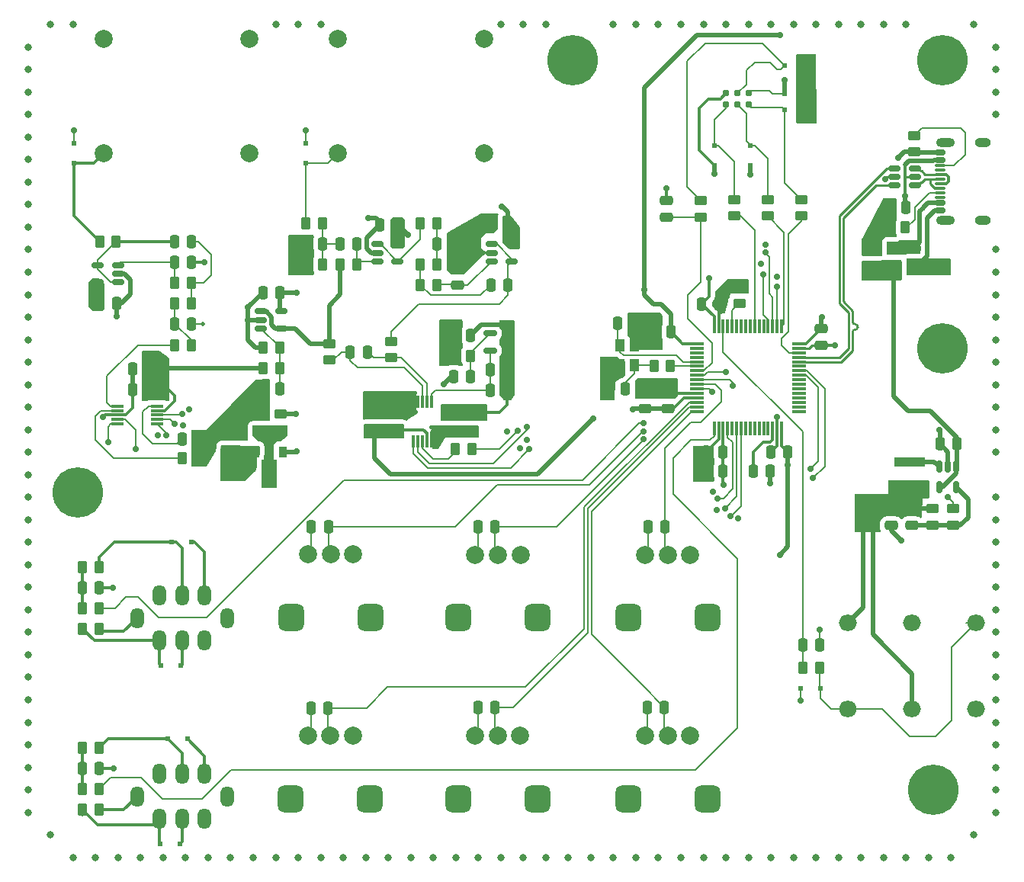
<source format=gbr>
%TF.GenerationSoftware,KiCad,Pcbnew,7.0.8*%
%TF.CreationDate,2023-12-28T00:41:14+01:00*%
%TF.ProjectId,guitar-pedal,67756974-6172-42d7-9065-64616c2e6b69,rev?*%
%TF.SameCoordinates,Original*%
%TF.FileFunction,Copper,L1,Top*%
%TF.FilePolarity,Positive*%
%FSLAX46Y46*%
G04 Gerber Fmt 4.6, Leading zero omitted, Abs format (unit mm)*
G04 Created by KiCad (PCBNEW 7.0.8) date 2023-12-28 00:41:14*
%MOMM*%
%LPD*%
G01*
G04 APERTURE LIST*
G04 Aperture macros list*
%AMRoundRect*
0 Rectangle with rounded corners*
0 $1 Rounding radius*
0 $2 $3 $4 $5 $6 $7 $8 $9 X,Y pos of 4 corners*
0 Add a 4 corners polygon primitive as box body*
4,1,4,$2,$3,$4,$5,$6,$7,$8,$9,$2,$3,0*
0 Add four circle primitives for the rounded corners*
1,1,$1+$1,$2,$3*
1,1,$1+$1,$4,$5*
1,1,$1+$1,$6,$7*
1,1,$1+$1,$8,$9*
0 Add four rect primitives between the rounded corners*
20,1,$1+$1,$2,$3,$4,$5,0*
20,1,$1+$1,$4,$5,$6,$7,0*
20,1,$1+$1,$6,$7,$8,$9,0*
20,1,$1+$1,$8,$9,$2,$3,0*%
%AMFreePoly0*
4,1,9,3.862500,-0.866500,0.737500,-0.866500,0.737500,-0.450000,-0.737500,-0.450000,-0.737500,0.450000,0.737500,0.450000,0.737500,0.866500,3.862500,0.866500,3.862500,-0.866500,3.862500,-0.866500,$1*%
G04 Aperture macros list end*
%TA.AperFunction,ComponentPad*%
%ADD10C,5.600000*%
%TD*%
%TA.AperFunction,ComponentPad*%
%ADD11O,2.000000X1.800000*%
%TD*%
%TA.AperFunction,ComponentPad*%
%ADD12C,2.000000*%
%TD*%
%TA.AperFunction,SMDPad,CuDef*%
%ADD13RoundRect,0.075000X-0.075000X-0.700000X0.075000X-0.700000X0.075000X0.700000X-0.075000X0.700000X0*%
%TD*%
%TA.AperFunction,SMDPad,CuDef*%
%ADD14RoundRect,0.075000X-0.700000X-0.075000X0.700000X-0.075000X0.700000X0.075000X-0.700000X0.075000X0*%
%TD*%
%TA.AperFunction,ConnectorPad*%
%ADD15C,0.787400*%
%TD*%
%TA.AperFunction,SMDPad,CuDef*%
%ADD16RoundRect,0.250000X0.250000X0.475000X-0.250000X0.475000X-0.250000X-0.475000X0.250000X-0.475000X0*%
%TD*%
%TA.AperFunction,SMDPad,CuDef*%
%ADD17RoundRect,0.250000X0.262500X0.450000X-0.262500X0.450000X-0.262500X-0.450000X0.262500X-0.450000X0*%
%TD*%
%TA.AperFunction,SMDPad,CuDef*%
%ADD18R,0.300000X1.450000*%
%TD*%
%TA.AperFunction,SMDPad,CuDef*%
%ADD19R,0.600000X0.600000*%
%TD*%
%TA.AperFunction,SMDPad,CuDef*%
%ADD20RoundRect,0.250000X-0.250000X-0.475000X0.250000X-0.475000X0.250000X0.475000X-0.250000X0.475000X0*%
%TD*%
%TA.AperFunction,SMDPad,CuDef*%
%ADD21RoundRect,0.250000X0.475000X-0.250000X0.475000X0.250000X-0.475000X0.250000X-0.475000X-0.250000X0*%
%TD*%
%TA.AperFunction,ComponentPad*%
%ADD22RoundRect,0.700000X-0.700000X0.800000X-0.700000X-0.800000X0.700000X-0.800000X0.700000X0.800000X0*%
%TD*%
%TA.AperFunction,SMDPad,CuDef*%
%ADD23RoundRect,0.250000X-0.262500X-0.450000X0.262500X-0.450000X0.262500X0.450000X-0.262500X0.450000X0*%
%TD*%
%TA.AperFunction,SMDPad,CuDef*%
%ADD24RoundRect,0.250000X-0.450000X0.262500X-0.450000X-0.262500X0.450000X-0.262500X0.450000X0.262500X0*%
%TD*%
%TA.AperFunction,SMDPad,CuDef*%
%ADD25RoundRect,0.250000X0.450000X-0.262500X0.450000X0.262500X-0.450000X0.262500X-0.450000X-0.262500X0*%
%TD*%
%TA.AperFunction,SMDPad,CuDef*%
%ADD26RoundRect,0.150000X-0.512500X-0.150000X0.512500X-0.150000X0.512500X0.150000X-0.512500X0.150000X0*%
%TD*%
%TA.AperFunction,SMDPad,CuDef*%
%ADD27RoundRect,0.250000X-0.475000X0.250000X-0.475000X-0.250000X0.475000X-0.250000X0.475000X0.250000X0*%
%TD*%
%TA.AperFunction,SMDPad,CuDef*%
%ADD28RoundRect,0.218750X-0.381250X0.218750X-0.381250X-0.218750X0.381250X-0.218750X0.381250X0.218750X0*%
%TD*%
%TA.AperFunction,SMDPad,CuDef*%
%ADD29R,0.900000X1.300000*%
%TD*%
%TA.AperFunction,SMDPad,CuDef*%
%ADD30FreePoly0,270.000000*%
%TD*%
%TA.AperFunction,SMDPad,CuDef*%
%ADD31RoundRect,0.150000X0.512500X0.150000X-0.512500X0.150000X-0.512500X-0.150000X0.512500X-0.150000X0*%
%TD*%
%TA.AperFunction,ComponentPad*%
%ADD32O,1.500000X2.300000*%
%TD*%
%TA.AperFunction,SMDPad,CuDef*%
%ADD33RoundRect,0.150000X-0.587500X-0.150000X0.587500X-0.150000X0.587500X0.150000X-0.587500X0.150000X0*%
%TD*%
%TA.AperFunction,SMDPad,CuDef*%
%ADD34R,3.400000X1.100000*%
%TD*%
%TA.AperFunction,SMDPad,CuDef*%
%ADD35R,1.450000X0.300000*%
%TD*%
%TA.AperFunction,SMDPad,CuDef*%
%ADD36RoundRect,0.150000X-0.150000X0.512500X-0.150000X-0.512500X0.150000X-0.512500X0.150000X0.512500X0*%
%TD*%
%TA.AperFunction,SMDPad,CuDef*%
%ADD37R,1.100000X1.400000*%
%TD*%
%TA.AperFunction,SMDPad,CuDef*%
%ADD38RoundRect,0.150000X0.425000X-0.150000X0.425000X0.150000X-0.425000X0.150000X-0.425000X-0.150000X0*%
%TD*%
%TA.AperFunction,SMDPad,CuDef*%
%ADD39RoundRect,0.075000X0.500000X-0.075000X0.500000X0.075000X-0.500000X0.075000X-0.500000X-0.075000X0*%
%TD*%
%TA.AperFunction,ComponentPad*%
%ADD40O,2.100000X1.000000*%
%TD*%
%TA.AperFunction,ComponentPad*%
%ADD41O,1.800000X1.000000*%
%TD*%
%TA.AperFunction,ViaPad*%
%ADD42C,0.800000*%
%TD*%
%TA.AperFunction,ViaPad*%
%ADD43C,0.700000*%
%TD*%
%TA.AperFunction,ViaPad*%
%ADD44C,0.500000*%
%TD*%
%TA.AperFunction,Conductor*%
%ADD45C,0.500000*%
%TD*%
%TA.AperFunction,Conductor*%
%ADD46C,0.200000*%
%TD*%
%TA.AperFunction,Conductor*%
%ADD47C,0.261112*%
%TD*%
%TA.AperFunction,Conductor*%
%ADD48C,0.300000*%
%TD*%
G04 APERTURE END LIST*
D10*
%TO.P,H102,1*%
%TO.N,N/C*%
X199000000Y-86000000D03*
%TD*%
D11*
%TO.P,SW401,6,C*%
%TO.N,GND*%
X202742400Y-126045400D03*
%TO.P,SW401,5,B*%
%TO.N,Net-(D403-A2)*%
X202742400Y-116445400D03*
%TO.P,SW401,4,A*%
%TO.N,+3V3*%
X195642400Y-126045400D03*
%TO.P,SW401,3,C*%
%TO.N,GND*%
X195642400Y-116445400D03*
%TO.P,SW401,2,B*%
%TO.N,Net-(D403-A2)*%
X188542400Y-126045400D03*
%TO.P,SW401,1,A*%
%TO.N,+3V3*%
X188542400Y-116445400D03*
%TD*%
D12*
%TO.P,J602,1*%
%TO.N,Net-(D602-A2)*%
X105885000Y-64300000D03*
%TO.P,J602,2*%
%TO.N,GND*%
X122115000Y-64300000D03*
%TO.P,J602,3*%
X122115000Y-51600000D03*
%TO.P,J602,4*%
X105885000Y-51600000D03*
%TD*%
D13*
%TO.P,U301,64,VDD*%
%TO.N,+3V3*%
X173691400Y-83530400D03*
%TO.P,U301,63,VSS*%
%TO.N,GND*%
X174191400Y-83530400D03*
%TO.P,U301,62,PB9*%
%TO.N,/Effect Controls/PEDAL_EN*%
X174691400Y-83530400D03*
%TO.P,U301,61,PB8*%
%TO.N,unconnected-(U301-PB8-Pad61)*%
X175191400Y-83530400D03*
%TO.P,U301,60,BOOT0*%
%TO.N,/Processor/BOOT0*%
X175691400Y-83530400D03*
%TO.P,U301,59,PB7*%
%TO.N,unconnected-(U301-PB7-Pad59)*%
X176191400Y-83530400D03*
%TO.P,U301,58,PB6*%
%TO.N,unconnected-(U301-PB6-Pad58)*%
X176691400Y-83530400D03*
%TO.P,U301,57,PB5*%
%TO.N,unconnected-(U301-PB5-Pad57)*%
X177191400Y-83530400D03*
%TO.P,U301,56,PB4*%
%TO.N,unconnected-(U301-PB4-Pad56)*%
X177691400Y-83530400D03*
%TO.P,U301,55,PB3*%
%TO.N,/Processor/SWO*%
X178191400Y-83530400D03*
%TO.P,U301,54,PD2*%
%TO.N,unconnected-(U301-PD2-Pad54)*%
X178691400Y-83530400D03*
%TO.P,U301,53,PC12*%
%TO.N,unconnected-(U301-PC12-Pad53)*%
X179191400Y-83530400D03*
%TO.P,U301,52,PC11*%
%TO.N,/Data Converters/ADC_MISO*%
X179691400Y-83530400D03*
%TO.P,U301,51,PC10*%
%TO.N,/Data Converters/ADC_SCLK*%
X180191400Y-83530400D03*
%TO.P,U301,50,PA15*%
%TO.N,/Data Converters/ADC_NCS*%
X180691400Y-83530400D03*
%TO.P,U301,49,PA14*%
%TO.N,/Processor/SWCLK*%
X181191400Y-83530400D03*
D14*
%TO.P,U301,48,VDD*%
%TO.N,+3V3*%
X183116400Y-85455400D03*
%TO.P,U301,47,VSS*%
%TO.N,GND*%
X183116400Y-85955400D03*
%TO.P,U301,46,PA13*%
%TO.N,/Processor/SWDIO*%
X183116400Y-86455400D03*
%TO.P,U301,45,PA12*%
%TO.N,/Processor/D+*%
X183116400Y-86955400D03*
%TO.P,U301,44,PA11*%
%TO.N,/Processor/D-*%
X183116400Y-87455400D03*
%TO.P,U301,43,PA10*%
%TO.N,unconnected-(U301-PA10-Pad43)*%
X183116400Y-87955400D03*
%TO.P,U301,42,PA9*%
%TO.N,/Data Converters/DAC_NCLR*%
X183116400Y-88455400D03*
%TO.P,U301,41,PA8*%
%TO.N,/Data Converters/DAC_NLDAC*%
X183116400Y-88955400D03*
%TO.P,U301,40,PC9*%
%TO.N,unconnected-(U301-PC9-Pad40)*%
X183116400Y-89455400D03*
%TO.P,U301,39,PC8*%
%TO.N,unconnected-(U301-PC8-Pad39)*%
X183116400Y-89955400D03*
%TO.P,U301,38,PC7*%
%TO.N,unconnected-(U301-PC7-Pad38)*%
X183116400Y-90455400D03*
%TO.P,U301,37,PC6*%
%TO.N,unconnected-(U301-PC6-Pad37)*%
X183116400Y-90955400D03*
%TO.P,U301,36,PB15*%
%TO.N,unconnected-(U301-PB15-Pad36)*%
X183116400Y-91455400D03*
%TO.P,U301,35,PB14*%
%TO.N,unconnected-(U301-PB14-Pad35)*%
X183116400Y-91955400D03*
%TO.P,U301,34,PB13*%
%TO.N,unconnected-(U301-PB13-Pad34)*%
X183116400Y-92455400D03*
%TO.P,U301,33,PB12*%
%TO.N,unconnected-(U301-PB12-Pad33)*%
X183116400Y-92955400D03*
D13*
%TO.P,U301,32,VDD*%
%TO.N,+3V3*%
X181191400Y-94880400D03*
%TO.P,U301,31,VSS*%
%TO.N,GND*%
X180691400Y-94880400D03*
%TO.P,U301,30,VCAP1*%
%TO.N,/Processor/VCAP*%
X180191400Y-94880400D03*
%TO.P,U301,29,PB10*%
%TO.N,unconnected-(U301-PB10-Pad29)*%
X179691400Y-94880400D03*
%TO.P,U301,28,PB2*%
%TO.N,unconnected-(U301-PB2-Pad28)*%
X179191400Y-94880400D03*
%TO.P,U301,27,PB1*%
%TO.N,unconnected-(U301-PB1-Pad27)*%
X178691400Y-94880400D03*
%TO.P,U301,26,PB0*%
%TO.N,unconnected-(U301-PB0-Pad26)*%
X178191400Y-94880400D03*
%TO.P,U301,25,PC5*%
%TO.N,unconnected-(U301-PC5-Pad25)*%
X177691400Y-94880400D03*
%TO.P,U301,24,PC4*%
%TO.N,unconnected-(U301-PC4-Pad24)*%
X177191400Y-94880400D03*
%TO.P,U301,23,PA7*%
%TO.N,/Data Converters/DAC_CS*%
X176691400Y-94880400D03*
%TO.P,U301,22,PA6*%
%TO.N,/Data Converters/DAC_SCLK*%
X176191400Y-94880400D03*
%TO.P,U301,21,PA5*%
%TO.N,unconnected-(U301-PA5-Pad21)*%
X175691400Y-94880400D03*
%TO.P,U301,20,PA4*%
%TO.N,/Data Converters/DAC_MOSI*%
X175191400Y-94880400D03*
%TO.P,U301,19,VDD*%
%TO.N,+3V3*%
X174691400Y-94880400D03*
%TO.P,U301,18,VSS*%
%TO.N,GND*%
X174191400Y-94880400D03*
%TO.P,U301,17,PA3*%
%TO.N,/Effect Controls/EFFECT2_EN*%
X173691400Y-94880400D03*
D14*
%TO.P,U301,16,PA2*%
%TO.N,/Effect Controls/EFFECT2_KNOB2*%
X171766400Y-92955400D03*
%TO.P,U301,15,PA1*%
%TO.N,/Effect Controls/EFFECT2_KNOB1*%
X171766400Y-92455400D03*
%TO.P,U301,14,PA0*%
%TO.N,/Effect Controls/EFFECT2_KNOB0*%
X171766400Y-91955400D03*
%TO.P,U301,13,VREF+*%
%TO.N,+3V3*%
X171766400Y-91455400D03*
%TO.P,U301,12,VSSA*%
%TO.N,GND*%
X171766400Y-90955400D03*
%TO.P,U301,11,PC3*%
%TO.N,/Effect Controls/EFFECT1_EN*%
X171766400Y-90455400D03*
%TO.P,U301,10,PC2*%
%TO.N,/Effect Controls/EFFECT1_KNOB2*%
X171766400Y-89955400D03*
%TO.P,U301,9,PC1*%
%TO.N,/Effect Controls/EFFECT1_KNOB1*%
X171766400Y-89455400D03*
%TO.P,U301,8,PC0*%
%TO.N,/Effect Controls/EFFECT1_KNOB0*%
X171766400Y-88955400D03*
%TO.P,U301,7,NRST*%
%TO.N,/Processor/nRST*%
X171766400Y-88455400D03*
%TO.P,U301,6,PH1*%
%TO.N,/Processor/HSE_OUT*%
X171766400Y-87955400D03*
%TO.P,U301,5,PH0*%
%TO.N,/Processor/HSE_IN*%
X171766400Y-87455400D03*
%TO.P,U301,4,PC15*%
%TO.N,unconnected-(U301-PC15-Pad4)*%
X171766400Y-86955400D03*
%TO.P,U301,3,PC14*%
%TO.N,unconnected-(U301-PC14-Pad3)*%
X171766400Y-86455400D03*
%TO.P,U301,2,PC13*%
%TO.N,unconnected-(U301-PC13-Pad2)*%
X171766400Y-85955400D03*
%TO.P,U301,1,VBAT*%
%TO.N,+3V3*%
X171766400Y-85455400D03*
%TD*%
D12*
%TO.P,J601,1*%
%TO.N,Net-(D601-A2)*%
X131885000Y-64300000D03*
%TO.P,J601,2*%
%TO.N,GND*%
X148115000Y-64300000D03*
%TO.P,J601,3*%
X148115000Y-51600000D03*
%TO.P,J601,4*%
X131885000Y-51600000D03*
%TD*%
D15*
%TO.P,J301,1,VCC*%
%TO.N,+3V3*%
X177550000Y-57632600D03*
%TO.P,J301,2,SWDIO*%
%TO.N,/Processor/TAG_SWDIO*%
X177550000Y-58902600D03*
%TO.P,J301,3,~{RESET}*%
%TO.N,/Processor/TAG_nRST*%
X176280000Y-57632600D03*
%TO.P,J301,4,SWCLK*%
%TO.N,/Processor/TAG_SWCLK*%
X176280000Y-58902600D03*
%TO.P,J301,5,GND*%
%TO.N,GND*%
X175010000Y-57632600D03*
%TO.P,J301,6,SWO*%
%TO.N,/Processor/TAG_SWO*%
X175010000Y-58902600D03*
%TD*%
D16*
%TO.P,C305,1*%
%TO.N,+3V3*%
X174658400Y-97460400D03*
%TO.P,C305,2*%
%TO.N,GND*%
X172758400Y-97460400D03*
%TD*%
D17*
%TO.P,R605,1*%
%TO.N,GND*%
X116482500Y-98145600D03*
%TO.P,R605,2*%
%TO.N,Net-(U602-VOUT_B)*%
X114657500Y-98145600D03*
%TD*%
D18*
%TO.P,U604,1,VREF*%
%TO.N,/Data Converters/ADC_VREF*%
X142286400Y-91867400D03*
%TO.P,U604,2,+IN*%
%TO.N,/Data Converters/ADC_IN+*%
X141786400Y-91867400D03*
%TO.P,U604,3,-IN*%
%TO.N,/Data Converters/ADC_IN-*%
X141286400Y-91867400D03*
%TO.P,U604,4,GND*%
%TO.N,GND*%
X140786400Y-91867400D03*
%TO.P,U604,5,GND*%
X140286400Y-91867400D03*
%TO.P,U604,6,nCS*%
%TO.N,/Data Converters/ADC_NCS*%
X140286400Y-96267400D03*
%TO.P,U604,7,DOUT*%
%TO.N,/Data Converters/ADC_MISO*%
X140786400Y-96267400D03*
%TO.P,U604,8,SCLK*%
%TO.N,Net-(U604-SCLK)*%
X141286400Y-96267400D03*
%TO.P,U604,9,VIO*%
%TO.N,+3V3*%
X141786400Y-96267400D03*
%TO.P,U604,10,VA*%
%TO.N,+3.3VA*%
X142286400Y-96267400D03*
%TD*%
D19*
%TO.P,D303,1,A1*%
%TO.N,GND*%
X177698400Y-65666800D03*
%TO.P,D303,2,A2*%
%TO.N,/Processor/TAG_SWCLK*%
X177698400Y-63466800D03*
%TD*%
D20*
%TO.P,C601,1*%
%TO.N,+5V*%
X144765400Y-84488400D03*
%TO.P,C601,2*%
%TO.N,GND*%
X146665400Y-84488400D03*
%TD*%
D21*
%TO.P,C615,1*%
%TO.N,+3V3*%
X135952400Y-95017400D03*
%TO.P,C615,2*%
%TO.N,GND*%
X135952400Y-93117400D03*
%TD*%
D17*
%TO.P,R610,1*%
%TO.N,Net-(C616-Pad2)*%
X115634400Y-78670400D03*
%TO.P,R610,2*%
%TO.N,Net-(U605-+)*%
X113809400Y-78670400D03*
%TD*%
D21*
%TO.P,C610,1*%
%TO.N,+3.3VA*%
X146620400Y-95017400D03*
%TO.P,C610,2*%
%TO.N,GND*%
X146620400Y-93117400D03*
%TD*%
D12*
%TO.P,RV404,3,3*%
%TO.N,GND*%
X128587200Y-128988000D03*
%TO.P,RV404,2,2*%
%TO.N,/Effect Controls/EFFECT2_KNOB0*%
X131087200Y-128988000D03*
%TO.P,RV404,1,1*%
%TO.N,+3V3*%
X133587200Y-128988000D03*
D22*
%TO.P,RV404,*%
%TO.N,*%
X126687200Y-135988000D03*
X135487200Y-135988000D03*
%TD*%
%TO.P,RV405,*%
%TO.N,*%
X154068400Y-135977400D03*
X145268400Y-135977400D03*
D12*
%TO.P,RV405,1,1*%
%TO.N,+3V3*%
X152168400Y-128977400D03*
%TO.P,RV405,2,2*%
%TO.N,/Effect Controls/EFFECT2_KNOB1*%
X149668400Y-128977400D03*
%TO.P,RV405,3,3*%
%TO.N,GND*%
X147168400Y-128977400D03*
%TD*%
D23*
%TO.P,R404,1*%
%TO.N,Net-(C402-Pad1)*%
X103555500Y-130349200D03*
%TO.P,R404,2*%
%TO.N,Net-(D402-A2)*%
X105380500Y-130349200D03*
%TD*%
D19*
%TO.P,D403,1,A1*%
%TO.N,GND*%
X183250900Y-123697400D03*
%TO.P,D403,2,A2*%
%TO.N,Net-(D403-A2)*%
X185450900Y-123697400D03*
%TD*%
D21*
%TO.P,C303,1*%
%TO.N,+3V3*%
X168551400Y-92695400D03*
%TO.P,C303,2*%
%TO.N,GND*%
X168551400Y-90795400D03*
%TD*%
D20*
%TO.P,C608,1*%
%TO.N,Net-(C606-Pad1)*%
X132131400Y-74328400D03*
%TO.P,C608,2*%
%TO.N,Net-(U603-+)*%
X134031400Y-74328400D03*
%TD*%
D23*
%TO.P,R608,1*%
%TO.N,Net-(U603--)*%
X141058900Y-72042400D03*
%TO.P,R608,2*%
%TO.N,Net-(C617-Pad2)*%
X142883900Y-72042400D03*
%TD*%
D20*
%TO.P,C403,1*%
%TO.N,/Effect Controls/PEDAL_EN*%
X183504400Y-118871400D03*
%TO.P,C403,2*%
%TO.N,GND*%
X185404400Y-118871400D03*
%TD*%
%TO.P,C402,1*%
%TO.N,Net-(C402-Pad1)*%
X103518000Y-132635200D03*
%TO.P,C402,2*%
%TO.N,GND*%
X105418000Y-132635200D03*
%TD*%
D24*
%TO.P,R615,1*%
%TO.N,VCOM*%
X130930400Y-85448900D03*
%TO.P,R615,2*%
%TO.N,/Data Converters/ADC_IN-*%
X130930400Y-87273900D03*
%TD*%
D16*
%TO.P,C409,1*%
%TO.N,/Effect Controls/EFFECT2_KNOB2*%
X168156000Y-125828000D03*
%TO.P,C409,2*%
%TO.N,GND*%
X166256000Y-125828000D03*
%TD*%
D10*
%TO.P,H105,1*%
%TO.N,N/C*%
X199000000Y-54000000D03*
%TD*%
D25*
%TO.P,R501,2*%
%TO.N,Net-(J501-CC2)*%
X195935600Y-62333500D03*
%TO.P,R501,1*%
%TO.N,GND*%
X195935600Y-64158500D03*
%TD*%
D26*
%TO.P,U603,1*%
%TO.N,Net-(U603--)*%
X136261900Y-74394400D03*
%TO.P,U603,2,V-*%
%TO.N,GND*%
X136261900Y-75344400D03*
%TO.P,U603,3,+*%
%TO.N,Net-(U603-+)*%
X136261900Y-76294400D03*
%TO.P,U603,4,-*%
%TO.N,Net-(U603--)*%
X138536900Y-76294400D03*
%TO.P,U603,5,V+*%
%TO.N,+3.3VA*%
X138536900Y-74394400D03*
%TD*%
D27*
%TO.P,C621,1*%
%TO.N,GND*%
X145209600Y-77024400D03*
%TO.P,C621,2*%
%TO.N,Net-(U606-+)*%
X145209600Y-78924400D03*
%TD*%
D16*
%TO.P,C406,1*%
%TO.N,/Effect Controls/EFFECT1_KNOB1*%
X149348400Y-105762000D03*
%TO.P,C406,2*%
%TO.N,GND*%
X147448400Y-105762000D03*
%TD*%
D20*
%TO.P,C401,1*%
%TO.N,Net-(C401-Pad1)*%
X103506400Y-112521400D03*
%TO.P,C401,2*%
%TO.N,GND*%
X105406400Y-112521400D03*
%TD*%
D24*
%TO.P,R303,1*%
%TO.N,/Processor/TAG_SWCLK*%
X179652000Y-69441900D03*
%TO.P,R303,2*%
%TO.N,/Processor/SWCLK*%
X179652000Y-71266900D03*
%TD*%
D23*
%TO.P,R502,1*%
%TO.N,GND*%
X193065100Y-72538800D03*
%TO.P,R502,2*%
%TO.N,Net-(J501-CC1)*%
X194890100Y-72538800D03*
%TD*%
D17*
%TO.P,R204,1*%
%TO.N,/PowerSupply/VCOM_INPUT*%
X125423900Y-88139400D03*
%TO.P,R204,2*%
%TO.N,+3.3VA*%
X123598900Y-88139400D03*
%TD*%
D20*
%TO.P,C622,1*%
%TO.N,GND*%
X148895400Y-72042400D03*
%TO.P,C622,2*%
%TO.N,+3.3VA*%
X150795400Y-72042400D03*
%TD*%
D24*
%TO.P,R614,1*%
%TO.N,Net-(U606--)*%
X137788400Y-85194900D03*
%TO.P,R614,2*%
%TO.N,/Data Converters/ADC_IN+*%
X137788400Y-87019900D03*
%TD*%
D20*
%TO.P,C616,1*%
%TO.N,Net-(U605--)*%
X113771900Y-74098400D03*
%TO.P,C616,2*%
%TO.N,Net-(C616-Pad2)*%
X115671900Y-74098400D03*
%TD*%
D22*
%TO.P,RV403,*%
%TO.N,*%
X172926800Y-115871200D03*
X164126800Y-115871200D03*
D12*
%TO.P,RV403,1,1*%
%TO.N,+3V3*%
X171026800Y-108871200D03*
%TO.P,RV403,2,2*%
%TO.N,/Effect Controls/EFFECT1_KNOB2*%
X168526800Y-108871200D03*
%TO.P,RV403,3,3*%
%TO.N,GND*%
X166026800Y-108871200D03*
%TD*%
D16*
%TO.P,C311,2*%
%TO.N,GND*%
X172758400Y-99564400D03*
%TO.P,C311,1*%
%TO.N,+3V3*%
X174658400Y-99564400D03*
%TD*%
D27*
%TO.P,C206,1*%
%TO.N,+3V3*%
X193344800Y-103733600D03*
%TO.P,C206,2*%
%TO.N,GND*%
X193344800Y-105633600D03*
%TD*%
D16*
%TO.P,C609,2*%
%TO.N,Net-(U602-VREFIN{slash}OUT)*%
X114620000Y-96012000D03*
%TO.P,C609,1*%
%TO.N,GND*%
X116520000Y-96012000D03*
%TD*%
D21*
%TO.P,C612,1*%
%TO.N,+3.3VA*%
X144334400Y-95017400D03*
%TO.P,C612,2*%
%TO.N,GND*%
X144334400Y-93117400D03*
%TD*%
D19*
%TO.P,D401,1,A1*%
%TO.N,GND*%
X115676400Y-107441400D03*
%TO.P,D401,2,A2*%
%TO.N,Net-(D401-A2)*%
X113476400Y-107441400D03*
%TD*%
D24*
%TO.P,R306,1*%
%TO.N,GND*%
X176479200Y-79148300D03*
%TO.P,R306,2*%
%TO.N,/Processor/BOOT0*%
X176479200Y-80973300D03*
%TD*%
D17*
%TO.P,R613,1*%
%TO.N,Net-(U605--)*%
X107281400Y-74098400D03*
%TO.P,R613,2*%
%TO.N,Net-(D602-A2)*%
X105456400Y-74098400D03*
%TD*%
D16*
%TO.P,C302,1*%
%TO.N,+3V3*%
X181872000Y-97481600D03*
%TO.P,C302,2*%
%TO.N,GND*%
X179972000Y-97481600D03*
%TD*%
D26*
%TO.P,U606,1*%
%TO.N,Net-(U606--)*%
X148961900Y-74394400D03*
%TO.P,U606,2,V-*%
%TO.N,GND*%
X148961900Y-75344400D03*
%TO.P,U606,3,+*%
%TO.N,Net-(U606-+)*%
X148961900Y-76294400D03*
%TO.P,U606,4,-*%
%TO.N,Net-(U606--)*%
X151236900Y-76294400D03*
%TO.P,U606,5,V+*%
%TO.N,+3.3VA*%
X151236900Y-74394400D03*
%TD*%
D23*
%TO.P,R205,1*%
%TO.N,GND*%
X123598900Y-85853400D03*
%TO.P,R205,2*%
%TO.N,/PowerSupply/VCOM_INPUT*%
X125423900Y-85853400D03*
%TD*%
%TO.P,R601,1*%
%TO.N,+5V*%
X144802900Y-86774400D03*
%TO.P,R601,2*%
%TO.N,/Data Converters/ADC_VREF_VIN*%
X146627900Y-86774400D03*
%TD*%
D16*
%TO.P,C501,1*%
%TO.N,VBUS*%
X194978400Y-70303600D03*
%TO.P,C501,2*%
%TO.N,GND*%
X193078400Y-70303600D03*
%TD*%
D23*
%TO.P,R612,1*%
%TO.N,Net-(C620-Pad2)*%
X141058900Y-78900400D03*
%TO.P,R612,2*%
%TO.N,Net-(U606-+)*%
X142883900Y-78900400D03*
%TD*%
D16*
%TO.P,C308,1*%
%TO.N,/Processor/HSE_PRE_OUT*%
X163786400Y-90475400D03*
%TO.P,C308,2*%
%TO.N,GND*%
X161886400Y-90475400D03*
%TD*%
D23*
%TO.P,R607,1*%
%TO.N,Net-(C613-Pad2)*%
X113809400Y-80956400D03*
%TO.P,R607,2*%
%TO.N,Net-(C616-Pad2)*%
X115634400Y-80956400D03*
%TD*%
D20*
%TO.P,C623,1*%
%TO.N,/Data Converters/ADC_IN-*%
X133282400Y-86361400D03*
%TO.P,C623,2*%
%TO.N,/Data Converters/ADC_IN+*%
X135182400Y-86361400D03*
%TD*%
D19*
%TO.P,D302,1,A1*%
%TO.N,GND*%
X183726000Y-54559200D03*
%TO.P,D302,2,A2*%
%TO.N,/Processor/TAG_nRST*%
X181526000Y-54559200D03*
%TD*%
D16*
%TO.P,C619,1*%
%TO.N,GND*%
X107318900Y-80956400D03*
%TO.P,C619,2*%
%TO.N,+3.3VA*%
X105418900Y-80956400D03*
%TD*%
D19*
%TO.P,D301,1,A1*%
%TO.N,GND*%
X183726000Y-57658000D03*
%TO.P,D301,2,A2*%
%TO.N,+3V3*%
X181526000Y-57658000D03*
%TD*%
D27*
%TO.P,C207,1*%
%TO.N,+3V3*%
X195630800Y-103733600D03*
%TO.P,C207,2*%
%TO.N,/PowerSupply/BUCK_FB*%
X195630800Y-105633600D03*
%TD*%
D16*
%TO.P,C606,1*%
%TO.N,Net-(C606-Pad1)*%
X130221400Y-74328400D03*
%TO.P,C606,2*%
%TO.N,GND*%
X128321400Y-74328400D03*
%TD*%
D17*
%TO.P,R603,1*%
%TO.N,Net-(C606-Pad1)*%
X130183900Y-76614400D03*
%TO.P,R603,2*%
%TO.N,GND*%
X128358900Y-76614400D03*
%TD*%
D19*
%TO.P,D601,1,A1*%
%TO.N,GND*%
X128344000Y-63209200D03*
%TO.P,D601,2,A2*%
%TO.N,Net-(D601-A2)*%
X128344000Y-65409200D03*
%TD*%
D26*
%TO.P,U501,1,I/O1*%
%TO.N,/Processor/D+*%
X193726900Y-65953600D03*
%TO.P,U501,2,GND*%
%TO.N,GND*%
X193726900Y-66903600D03*
%TO.P,U501,3,I/O2*%
%TO.N,/Processor/D-*%
X193726900Y-67853600D03*
%TO.P,U501,4,I/O2*%
%TO.N,/USB/CONN_D-*%
X196001900Y-67853600D03*
%TO.P,U501,5,VBUS*%
%TO.N,VBUS*%
X196001900Y-66903600D03*
%TO.P,U501,6,I/O1*%
%TO.N,/USB/CONN_D+*%
X196001900Y-65953600D03*
%TD*%
D21*
%TO.P,C202,1*%
%TO.N,+5V*%
X191308400Y-76753400D03*
%TO.P,C202,2*%
%TO.N,GND*%
X191308400Y-74853400D03*
%TD*%
D20*
%TO.P,C607,1*%
%TO.N,/Data Converters/ADC_VREF*%
X148829400Y-90584400D03*
%TO.P,C607,2*%
%TO.N,GND*%
X150729400Y-90584400D03*
%TD*%
D28*
%TO.P,L201,1,1*%
%TO.N,VBUS*%
X193594400Y-74740900D03*
%TO.P,L201,2,2*%
%TO.N,+5V*%
X193594400Y-76865900D03*
%TD*%
D17*
%TO.P,R402,1*%
%TO.N,/Effect Controls/EFFECT2_EN*%
X105380500Y-134921200D03*
%TO.P,R402,2*%
%TO.N,Net-(C402-Pad1)*%
X103555500Y-134921200D03*
%TD*%
D16*
%TO.P,C620,1*%
%TO.N,Net-(U606--)*%
X150795400Y-78900400D03*
%TO.P,C620,2*%
%TO.N,Net-(C620-Pad2)*%
X148895400Y-78900400D03*
%TD*%
D19*
%TO.P,D304,1,A1*%
%TO.N,GND*%
X183726000Y-59436000D03*
%TO.P,D304,2,A2*%
%TO.N,/Processor/TAG_SWDIO*%
X181526000Y-59436000D03*
%TD*%
D16*
%TO.P,C618,1*%
%TO.N,GND*%
X115671900Y-76384400D03*
%TO.P,C618,2*%
%TO.N,Net-(U605-+)*%
X113771900Y-76384400D03*
%TD*%
%TO.P,C602,1*%
%TO.N,/Data Converters/ADC_VREF_VIN*%
X146665400Y-89060400D03*
%TO.P,C602,2*%
%TO.N,GND*%
X144765400Y-89060400D03*
%TD*%
D19*
%TO.P,D305,2,A2*%
%TO.N,/Processor/TAG_SWO*%
X173685200Y-63416000D03*
%TO.P,D305,1,A1*%
%TO.N,GND*%
X173685200Y-65616000D03*
%TD*%
D27*
%TO.P,C201,1*%
%TO.N,VBUS*%
X195880400Y-74853400D03*
%TO.P,C201,2*%
%TO.N,GND*%
X195880400Y-76753400D03*
%TD*%
D29*
%TO.P,U201,1,GND*%
%TO.N,GND*%
X125768400Y-97451400D03*
D30*
%TO.P,U201,2,VIN*%
%TO.N,/PowerSupply/5V_FILT*%
X124268400Y-97538900D03*
D29*
%TO.P,U201,3,VOUT*%
%TO.N,+3.3VA*%
X122768400Y-97451400D03*
%TD*%
D19*
%TO.P,D602,1,A1*%
%TO.N,GND*%
X102588400Y-63209200D03*
%TO.P,D602,2,A2*%
%TO.N,Net-(D602-A2)*%
X102588400Y-65409200D03*
%TD*%
D31*
%TO.P,U605,1*%
%TO.N,Net-(U605--)*%
X107506400Y-78604400D03*
%TO.P,U605,2,V-*%
%TO.N,GND*%
X107506400Y-77654400D03*
%TO.P,U605,3,+*%
%TO.N,Net-(U605-+)*%
X107506400Y-76704400D03*
%TO.P,U605,4,-*%
%TO.N,Net-(U605--)*%
X105231400Y-76704400D03*
%TO.P,U605,5,V+*%
%TO.N,+3.3VA*%
X105231400Y-78604400D03*
%TD*%
D17*
%TO.P,R611,1*%
%TO.N,Net-(C617-Pad2)*%
X142883900Y-76614400D03*
%TO.P,R611,2*%
%TO.N,Net-(C620-Pad2)*%
X141058900Y-76614400D03*
%TD*%
D16*
%TO.P,C603,1*%
%TO.N,+3.3VA*%
X111033600Y-88239600D03*
%TO.P,C603,2*%
%TO.N,GND*%
X109133600Y-88239600D03*
%TD*%
D23*
%TO.P,R602,1*%
%TO.N,Net-(D601-A2)*%
X128358900Y-72042400D03*
%TO.P,R602,2*%
%TO.N,Net-(C606-Pad1)*%
X130183900Y-72042400D03*
%TD*%
D16*
%TO.P,C407,1*%
%TO.N,/Effect Controls/EFFECT2_KNOB1*%
X149360000Y-125878800D03*
%TO.P,C407,2*%
%TO.N,GND*%
X147460000Y-125878800D03*
%TD*%
D23*
%TO.P,R403,1*%
%TO.N,Net-(C401-Pad1)*%
X103543900Y-110235400D03*
%TO.P,R403,2*%
%TO.N,Net-(D401-A2)*%
X105368900Y-110235400D03*
%TD*%
D20*
%TO.P,C310,1*%
%TO.N,+3V3*%
X172301200Y-81022400D03*
%TO.P,C310,2*%
%TO.N,GND*%
X174201200Y-81022400D03*
%TD*%
D21*
%TO.P,C614,1*%
%TO.N,+3V3*%
X138238400Y-95017400D03*
%TO.P,C614,2*%
%TO.N,GND*%
X138238400Y-93117400D03*
%TD*%
D23*
%TO.P,R604,1*%
%TO.N,VCOM*%
X132168900Y-76614400D03*
%TO.P,R604,2*%
%TO.N,Net-(U603-+)*%
X133993900Y-76614400D03*
%TD*%
D16*
%TO.P,C307,1*%
%TO.N,+3V3*%
X168866400Y-84125400D03*
%TO.P,C307,2*%
%TO.N,GND*%
X166966400Y-84125400D03*
%TD*%
D19*
%TO.P,D402,2,A2*%
%TO.N,Net-(D402-A2)*%
X113008400Y-129325400D03*
%TO.P,D402,1,A1*%
%TO.N,GND*%
X115208400Y-129325400D03*
%TD*%
D21*
%TO.P,C306,1*%
%TO.N,+3V3*%
X166011400Y-92695400D03*
%TO.P,C306,2*%
%TO.N,GND*%
X166011400Y-90795400D03*
%TD*%
D16*
%TO.P,C617,1*%
%TO.N,GND*%
X144788000Y-74328400D03*
%TO.P,C617,2*%
%TO.N,Net-(C617-Pad2)*%
X142888000Y-74328400D03*
%TD*%
D20*
%TO.P,C304,1*%
%TO.N,/Processor/HSE_IN*%
X162942400Y-83145400D03*
%TO.P,C304,2*%
%TO.N,GND*%
X164842400Y-83145400D03*
%TD*%
D24*
%TO.P,R304,1*%
%TO.N,/Processor/TAG_SWDIO*%
X183411200Y-69441900D03*
%TO.P,R304,2*%
%TO.N,/Processor/SWDIO*%
X183411200Y-71266900D03*
%TD*%
%TO.P,R203,1*%
%TO.N,GND*%
X200202800Y-103771100D03*
%TO.P,R203,2*%
%TO.N,/PowerSupply/BUCK_FB*%
X200202800Y-105596100D03*
%TD*%
D32*
%TO.P,SW402,1*%
%TO.N,GND*%
X117116400Y-113411400D03*
%TO.P,SW402,2*%
%TO.N,Net-(D401-A2)*%
X114616400Y-113411400D03*
%TO.P,SW402,3*%
%TO.N,+3V3*%
X112116400Y-113411400D03*
%TO.P,SW402,4*%
%TO.N,unconnected-(SW402-Pad4)*%
X117116400Y-118411400D03*
%TO.P,SW402,5*%
%TO.N,GND*%
X114616400Y-118411400D03*
%TO.P,SW402,6*%
%TO.N,Net-(D404-A1)*%
X112116400Y-118411400D03*
%TO.P,SW402,7,L1*%
%TO.N,+3V3*%
X119616400Y-115911400D03*
%TO.P,SW402,8,L2*%
%TO.N,Net-(SW402-L2)*%
X109616400Y-115911400D03*
%TD*%
D27*
%TO.P,C309,1*%
%TO.N,+3V3*%
X185595600Y-83730000D03*
%TO.P,C309,2*%
%TO.N,GND*%
X185595600Y-85630000D03*
%TD*%
D24*
%TO.P,R305,1*%
%TO.N,/Processor/TAG_SWO*%
X175892800Y-69443800D03*
%TO.P,R305,2*%
%TO.N,/Processor/SWO*%
X175892800Y-71268800D03*
%TD*%
D16*
%TO.P,C408,1*%
%TO.N,/Effect Controls/EFFECT1_KNOB2*%
X168257600Y-105762000D03*
%TO.P,C408,2*%
%TO.N,GND*%
X166357600Y-105762000D03*
%TD*%
D21*
%TO.P,C203,1*%
%TO.N,/PowerSupply/5V_FILT*%
X123276400Y-95099400D03*
%TO.P,C203,2*%
%TO.N,GND*%
X123276400Y-93199400D03*
%TD*%
D20*
%TO.P,C611,1*%
%TO.N,GND*%
X136515400Y-72284800D03*
%TO.P,C611,2*%
%TO.N,+3.3VA*%
X138415400Y-72284800D03*
%TD*%
D33*
%TO.P,U601,1,IN*%
%TO.N,/Data Converters/ADC_VREF_VIN*%
X148841900Y-84300400D03*
%TO.P,U601,2,OUT*%
%TO.N,/Data Converters/ADC_VREF*%
X148841900Y-86200400D03*
%TO.P,U601,3,GND*%
%TO.N,GND*%
X150716900Y-85250400D03*
%TD*%
D34*
%TO.P,L202,1,1*%
%TO.N,/PowerSupply/BUCK_SW*%
X195376800Y-98587600D03*
%TO.P,L202,2,2*%
%TO.N,+3V3*%
X195376800Y-101587600D03*
%TD*%
D16*
%TO.P,C208,1*%
%TO.N,/PowerSupply/VCOM_INPUT*%
X125461400Y-90425400D03*
%TO.P,C208,2*%
%TO.N,GND*%
X123561400Y-90425400D03*
%TD*%
D32*
%TO.P,SW403,1*%
%TO.N,GND*%
X117116400Y-133223400D03*
%TO.P,SW403,2*%
%TO.N,Net-(D402-A2)*%
X114616400Y-133223400D03*
%TO.P,SW403,3*%
%TO.N,+3V3*%
X112116400Y-133223400D03*
%TO.P,SW403,4*%
%TO.N,unconnected-(SW403-Pad4)*%
X117116400Y-138223400D03*
%TO.P,SW403,5*%
%TO.N,GND*%
X114616400Y-138223400D03*
%TO.P,SW403,6*%
%TO.N,Net-(D405-A1)*%
X112116400Y-138223400D03*
%TO.P,SW403,7,L1*%
%TO.N,+3V3*%
X119616400Y-135723400D03*
%TO.P,SW403,8,L2*%
%TO.N,Net-(SW403-L2)*%
X109616400Y-135723400D03*
%TD*%
D35*
%TO.P,U602,1,VOUT_A*%
%TO.N,Net-(U602-VOUT_A)*%
X107449600Y-92366800D03*
%TO.P,U602,2,VOUT_B*%
%TO.N,Net-(U602-VOUT_B)*%
X107449600Y-92866800D03*
%TO.P,U602,3,GND*%
%TO.N,GND*%
X107449600Y-93366800D03*
%TO.P,U602,4,NLDAC*%
%TO.N,/Data Converters/DAC_NLDAC*%
X107449600Y-93866800D03*
%TO.P,U602,5,NCLR*%
%TO.N,/Data Converters/DAC_NCLR*%
X107449600Y-94366800D03*
%TO.P,U602,6,NSYNC*%
%TO.N,/Data Converters/DAC_CS*%
X111849600Y-94366800D03*
%TO.P,U602,7,SCLK*%
%TO.N,/Data Converters/DAC_SCLK*%
X111849600Y-93866800D03*
%TO.P,U602,8,DIN*%
%TO.N,/Data Converters/DAC_MOSI*%
X111849600Y-93366800D03*
%TO.P,U602,9,AVDD*%
%TO.N,+3.3VA*%
X111849600Y-92866800D03*
%TO.P,U602,10,VREFIN/OUT*%
%TO.N,Net-(U602-VREFIN{slash}OUT)*%
X111849600Y-92366800D03*
%TD*%
D16*
%TO.P,C613,1*%
%TO.N,GND*%
X115671900Y-83242400D03*
%TO.P,C613,2*%
%TO.N,Net-(C613-Pad2)*%
X113771900Y-83242400D03*
%TD*%
D10*
%TO.P,H104,1*%
%TO.N,N/C*%
X158000000Y-54000000D03*
%TD*%
D19*
%TO.P,D405,1,A1*%
%TO.N,Net-(D405-A1)*%
X112184000Y-140970000D03*
%TO.P,D405,2,A2*%
%TO.N,GND*%
X114384000Y-140970000D03*
%TD*%
D20*
%TO.P,C301,1*%
%TO.N,/Processor/VCAP*%
X178041600Y-99615200D03*
%TO.P,C301,2*%
%TO.N,GND*%
X179941600Y-99615200D03*
%TD*%
D36*
%TO.P,U202,1,EN*%
%TO.N,+5V*%
X200578800Y-99106600D03*
%TO.P,U202,2,GND*%
%TO.N,GND*%
X199628800Y-99106600D03*
%TO.P,U202,3,SW*%
%TO.N,/PowerSupply/BUCK_SW*%
X198678800Y-99106600D03*
%TO.P,U202,4,VIN*%
%TO.N,+5V*%
X198678800Y-101381600D03*
%TO.P,U202,5,FB*%
%TO.N,/PowerSupply/BUCK_FB*%
X200578800Y-101381600D03*
%TD*%
D25*
%TO.P,R202,1*%
%TO.N,/PowerSupply/BUCK_FB*%
X197916800Y-105596100D03*
%TO.P,R202,2*%
%TO.N,+3V3*%
X197916800Y-103771100D03*
%TD*%
D22*
%TO.P,RV402,*%
%TO.N,*%
X154080000Y-115871200D03*
X145280000Y-115871200D03*
D12*
%TO.P,RV402,1,1*%
%TO.N,+3V3*%
X152180000Y-108871200D03*
%TO.P,RV402,2,2*%
%TO.N,/Effect Controls/EFFECT1_KNOB1*%
X149680000Y-108871200D03*
%TO.P,RV402,3,3*%
%TO.N,GND*%
X147180000Y-108871200D03*
%TD*%
D23*
%TO.P,R405,1*%
%TO.N,/Effect Controls/PEDAL_EN*%
X183541900Y-121411400D03*
%TO.P,R405,2*%
%TO.N,Net-(D403-A2)*%
X185366900Y-121411400D03*
%TD*%
D16*
%TO.P,C404,1*%
%TO.N,/Effect Controls/EFFECT1_KNOB0*%
X130868800Y-105762000D03*
%TO.P,C404,2*%
%TO.N,GND*%
X128968800Y-105762000D03*
%TD*%
D20*
%TO.P,C605,1*%
%TO.N,/Data Converters/ADC_VREF*%
X148829400Y-88298400D03*
%TO.P,C605,2*%
%TO.N,GND*%
X150729400Y-88298400D03*
%TD*%
D17*
%TO.P,R406,1*%
%TO.N,Net-(SW402-L2)*%
X105368900Y-117093400D03*
%TO.P,R406,2*%
%TO.N,Net-(D404-A1)*%
X103543900Y-117093400D03*
%TD*%
D37*
%TO.P,Y301,1,1*%
%TO.N,/Processor/HSE_IN*%
X163244900Y-85649400D03*
%TO.P,Y301,2,2*%
%TO.N,GND*%
X163244900Y-87849400D03*
%TO.P,Y301,3,3*%
%TO.N,/Processor/HSE_PRE_OUT*%
X164844900Y-87849400D03*
%TO.P,Y301,4,4*%
%TO.N,GND*%
X164844900Y-85649400D03*
%TD*%
D10*
%TO.P,H101,1*%
%TO.N,N/C*%
X103000000Y-102000000D03*
%TD*%
D21*
%TO.P,C205,1*%
%TO.N,+3.3VA*%
X120091200Y-97470000D03*
%TO.P,C205,2*%
%TO.N,GND*%
X120091200Y-95570000D03*
%TD*%
D24*
%TO.P,R302,1*%
%TO.N,/Processor/TAG_nRST*%
X172235200Y-69561100D03*
%TO.P,R302,2*%
%TO.N,/Processor/nRST*%
X172235200Y-71386100D03*
%TD*%
D26*
%TO.P,U203,1*%
%TO.N,VCOM*%
X123373900Y-81855400D03*
%TO.P,U203,2,V-*%
%TO.N,GND*%
X123373900Y-82805400D03*
%TO.P,U203,3,+*%
%TO.N,/PowerSupply/VCOM_INPUT*%
X123373900Y-83755400D03*
%TO.P,U203,4,-*%
%TO.N,VCOM*%
X125648900Y-83755400D03*
%TO.P,U203,5,V+*%
%TO.N,+3.3VA*%
X125648900Y-81855400D03*
%TD*%
D20*
%TO.P,C209,1*%
%TO.N,GND*%
X123561400Y-79757400D03*
%TO.P,C209,2*%
%TO.N,+3.3VA*%
X125461400Y-79757400D03*
%TD*%
D38*
%TO.P,J501,A1,GND*%
%TO.N,GND*%
X198804400Y-70621400D03*
%TO.P,J501,A4,VBUS*%
%TO.N,VBUS*%
X198804400Y-69821400D03*
D39*
%TO.P,J501,A5,CC1*%
%TO.N,Net-(J501-CC1)*%
X198804400Y-68671400D03*
%TO.P,J501,A6,D+*%
%TO.N,/USB/CONN_D+*%
X198804400Y-67671400D03*
%TO.P,J501,A7,D-*%
%TO.N,/USB/CONN_D-*%
X198804400Y-67171400D03*
%TO.P,J501,A8,SBU1*%
%TO.N,unconnected-(J501-SBU1-PadA8)*%
X198804400Y-66171400D03*
D38*
%TO.P,J501,A9,VBUS*%
%TO.N,VBUS*%
X198804400Y-65021400D03*
%TO.P,J501,A12,GND*%
%TO.N,GND*%
X198804400Y-64221400D03*
%TO.P,J501,B1,GND*%
X198804400Y-64221400D03*
%TO.P,J501,B4,VBUS*%
%TO.N,VBUS*%
X198804400Y-65021400D03*
D39*
%TO.P,J501,B5,CC2*%
%TO.N,Net-(J501-CC2)*%
X198804400Y-65671400D03*
%TO.P,J501,B6,D+*%
%TO.N,/USB/CONN_D+*%
X198804400Y-66671400D03*
%TO.P,J501,B7,D-*%
%TO.N,/USB/CONN_D-*%
X198804400Y-68171400D03*
%TO.P,J501,B8,SBU2*%
%TO.N,unconnected-(J501-SBU2-PadB8)*%
X198804400Y-69171400D03*
D38*
%TO.P,J501,B9,VBUS*%
%TO.N,VBUS*%
X198804400Y-69821400D03*
%TO.P,J501,B12,GND*%
%TO.N,GND*%
X198804400Y-70621400D03*
D40*
%TO.P,J501,S1,SHIELD*%
%TO.N,unconnected-(J501-SHIELD-PadS1)*%
X199379400Y-71741400D03*
D41*
X203559400Y-71741400D03*
D40*
X199379400Y-63101400D03*
D41*
X203559400Y-63101400D03*
%TD*%
D16*
%TO.P,C604,1*%
%TO.N,+3.3VA*%
X111033600Y-90525600D03*
%TO.P,C604,2*%
%TO.N,GND*%
X109133600Y-90525600D03*
%TD*%
D22*
%TO.P,RV401,*%
%TO.N,*%
X135526400Y-115859400D03*
X126726400Y-115859400D03*
D12*
%TO.P,RV401,1,1*%
%TO.N,+3V3*%
X133626400Y-108859400D03*
%TO.P,RV401,2,2*%
%TO.N,/Effect Controls/EFFECT1_KNOB0*%
X131126400Y-108859400D03*
%TO.P,RV401,3,3*%
%TO.N,GND*%
X128626400Y-108859400D03*
%TD*%
D17*
%TO.P,R401,1*%
%TO.N,/Effect Controls/EFFECT1_EN*%
X105368900Y-114804400D03*
%TO.P,R401,2*%
%TO.N,Net-(C401-Pad1)*%
X103543900Y-114804400D03*
%TD*%
D16*
%TO.P,C204,1*%
%TO.N,+5V*%
X200644800Y-96555600D03*
%TO.P,C204,2*%
%TO.N,GND*%
X198744800Y-96555600D03*
%TD*%
D23*
%TO.P,R609,1*%
%TO.N,Net-(U604-SCLK)*%
X144945900Y-97115400D03*
%TO.P,R609,2*%
%TO.N,/Data Converters/ADC_SCLK*%
X146770900Y-97115400D03*
%TD*%
%TO.P,R301,1*%
%TO.N,/Processor/HSE_PRE_OUT*%
X167003900Y-87935400D03*
%TO.P,R301,2*%
%TO.N,/Processor/HSE_OUT*%
X168828900Y-87935400D03*
%TD*%
D17*
%TO.P,R407,1*%
%TO.N,Net-(SW403-L2)*%
X105380500Y-137207200D03*
%TO.P,R407,2*%
%TO.N,Net-(D405-A1)*%
X103555500Y-137207200D03*
%TD*%
D23*
%TO.P,R606,1*%
%TO.N,Net-(U602-VOUT_A)*%
X113778900Y-85594400D03*
%TO.P,R606,2*%
%TO.N,Net-(C613-Pad2)*%
X115603900Y-85594400D03*
%TD*%
D22*
%TO.P,RV406,*%
%TO.N,*%
X172926800Y-135988000D03*
X164126800Y-135988000D03*
D12*
%TO.P,RV406,1,1*%
%TO.N,+3V3*%
X171026800Y-128988000D03*
%TO.P,RV406,2,2*%
%TO.N,/Effect Controls/EFFECT2_KNOB2*%
X168526800Y-128988000D03*
%TO.P,RV406,3,3*%
%TO.N,GND*%
X166026800Y-128988000D03*
%TD*%
D24*
%TO.P,R201,1*%
%TO.N,+5V*%
X125562400Y-93236900D03*
%TO.P,R201,2*%
%TO.N,/PowerSupply/5V_FILT*%
X125562400Y-95061900D03*
%TD*%
D10*
%TO.P,H103,1*%
%TO.N,N/C*%
X198000000Y-135000000D03*
%TD*%
D19*
%TO.P,D404,1,A1*%
%TO.N,Net-(D404-A1)*%
X112285600Y-121208800D03*
%TO.P,D404,2,A2*%
%TO.N,GND*%
X114485600Y-121208800D03*
%TD*%
D16*
%TO.P,C405,1*%
%TO.N,/Effect Controls/EFFECT2_KNOB0*%
X130804400Y-125899400D03*
%TO.P,C405,2*%
%TO.N,GND*%
X128904400Y-125899400D03*
%TD*%
D21*
%TO.P,C312,1*%
%TO.N,/Processor/nRST*%
X168425200Y-71423600D03*
%TO.P,C312,2*%
%TO.N,GND*%
X168425200Y-69523600D03*
%TD*%
D42*
%TO.N,GND*%
X100000000Y-50000000D03*
X102500000Y-50000000D03*
X125000000Y-50000000D03*
X127500000Y-50000000D03*
X130000000Y-50000000D03*
X150000000Y-50000000D03*
X152500000Y-50000000D03*
X155000000Y-50000000D03*
X180000000Y-50000000D03*
X172500000Y-50000000D03*
X165000000Y-50000000D03*
X162500000Y-50000000D03*
X167500000Y-50000000D03*
X170000000Y-50000000D03*
X175000000Y-50000000D03*
X177500000Y-50000000D03*
X182500000Y-50000000D03*
X187500000Y-50000000D03*
X185000000Y-50000000D03*
X190000000Y-50000000D03*
X192500000Y-50000000D03*
X195000000Y-50000000D03*
X202500000Y-50000000D03*
X205000000Y-55000000D03*
X205000000Y-52500000D03*
X205000000Y-57500000D03*
X205000000Y-60000000D03*
X205000000Y-75000000D03*
X205000000Y-77500000D03*
X205000000Y-80000000D03*
X205000000Y-82500000D03*
X205000000Y-85000000D03*
X205000000Y-87500000D03*
X205000000Y-90000000D03*
X205000000Y-92500000D03*
X205000000Y-95000000D03*
X205000000Y-97500000D03*
X205000000Y-102500000D03*
X205000000Y-107500000D03*
X205000000Y-105000000D03*
X205000000Y-110000000D03*
X205000000Y-112500000D03*
X205000000Y-117500000D03*
X205000000Y-115000000D03*
X205000000Y-120000000D03*
X205000000Y-122500000D03*
X205000000Y-125000000D03*
X205000000Y-127500000D03*
X205000000Y-132500000D03*
X205000000Y-130000000D03*
X205000000Y-135000000D03*
X205000000Y-137500000D03*
X202500000Y-140000000D03*
X200000000Y-142500000D03*
X197500000Y-142500000D03*
X195000000Y-142500000D03*
X190000000Y-142500000D03*
X192500000Y-142500000D03*
X187500000Y-142500000D03*
X185000000Y-142500000D03*
X182500000Y-142500000D03*
X180000000Y-142500000D03*
X177500000Y-142500000D03*
X175000000Y-142500000D03*
X172500000Y-142500000D03*
X170000000Y-142500000D03*
X167500000Y-142500000D03*
X165000000Y-142500000D03*
X162500000Y-142500000D03*
X160000000Y-142500000D03*
X157500000Y-142500000D03*
X155000000Y-142500000D03*
X152500000Y-142500000D03*
X150000000Y-142500000D03*
X147500000Y-142500000D03*
X145000000Y-142500000D03*
X142500000Y-142500000D03*
X140000000Y-142500000D03*
X137500000Y-142500000D03*
X135000000Y-142500000D03*
X132500000Y-142500000D03*
X130000000Y-142500000D03*
X127500000Y-142500000D03*
X125000000Y-142500000D03*
X120000000Y-142500000D03*
X117500000Y-142500000D03*
X122500000Y-142500000D03*
X115000000Y-142500000D03*
X112500000Y-142500000D03*
X110000000Y-142500000D03*
X105000000Y-142500000D03*
X107500000Y-142500000D03*
X102500000Y-142500000D03*
X100000000Y-140000000D03*
X97500000Y-137500000D03*
X97500000Y-135000000D03*
X97500000Y-132500000D03*
X97500000Y-130000000D03*
X97500000Y-127500000D03*
X97500000Y-125000000D03*
X97500000Y-120000000D03*
X97500000Y-122500000D03*
X97500000Y-117500000D03*
X97500000Y-115000000D03*
X97500000Y-112500000D03*
X97500000Y-110000000D03*
X97500000Y-107500000D03*
X97500000Y-105000000D03*
X97500000Y-102500000D03*
X97500000Y-100000000D03*
X97500000Y-97500000D03*
X97500000Y-95000000D03*
X97500000Y-92500000D03*
X97500000Y-87500000D03*
X97500000Y-90000000D03*
X97500000Y-85000000D03*
X97500000Y-82500000D03*
X97500000Y-77500000D03*
X97500000Y-80000000D03*
X97500000Y-75000000D03*
X97500000Y-72500000D03*
X97500000Y-70000000D03*
X97500000Y-67500000D03*
X97500000Y-65000000D03*
X97500000Y-62500000D03*
X97500000Y-60000000D03*
X97500000Y-57500000D03*
X97500000Y-55000000D03*
X97500000Y-52500000D03*
D43*
X192704056Y-67173544D03*
%TO.N,VBUS*%
X194868800Y-69037200D03*
%TO.N,+5V*%
X193598800Y-77978000D03*
%TO.N,+3V3*%
X181000400Y-51155600D03*
%TO.N,GND*%
X198729600Y-95046800D03*
%TO.N,+3V3*%
X191312800Y-102819200D03*
X180968200Y-108871200D03*
%TO.N,GND*%
X177698400Y-66649600D03*
X173685200Y-66598800D03*
X127355600Y-97434400D03*
%TO.N,+3.3VA*%
X142951200Y-96520000D03*
X142951200Y-95605600D03*
%TO.N,GND*%
X135280400Y-71526400D03*
X127000000Y-76606400D03*
X127050800Y-74422000D03*
%TO.N,+3V3*%
X160223200Y-93776800D03*
X165912800Y-79451200D03*
%TO.N,+3.3VA*%
X150114000Y-70256400D03*
X139700000Y-73355200D03*
X127304800Y-79756000D03*
%TO.N,+5V*%
X191312800Y-77978000D03*
%TO.N,+3V3*%
X173126400Y-78181200D03*
X185623200Y-82499200D03*
%TO.N,GND*%
X179933600Y-100990400D03*
%TO.N,+3V3*%
X181864000Y-98907600D03*
X174701200Y-101142800D03*
X164642800Y-92710000D03*
X181508400Y-56184800D03*
%TO.N,GND*%
X107318900Y-82368300D03*
%TO.N,/Effect Controls/EFFECT1_KNOB1*%
X175768000Y-90119200D03*
%TO.N,/Effect Controls/EFFECT1_KNOB0*%
X174955200Y-88595200D03*
%TO.N,/Effect Controls/EFFECT1_EN*%
X173482000Y-90830400D03*
X165811231Y-94265864D03*
%TO.N,/Effect Controls/EFFECT1_KNOB0*%
X165810834Y-95165366D03*
%TO.N,/Effect Controls/EFFECT1_KNOB1*%
X165813266Y-96064866D03*
%TO.N,GND*%
X150672800Y-95199200D03*
X152146000Y-97078800D03*
X152908000Y-96113600D03*
X180695600Y-78028800D03*
%TO.N,/Data Converters/ADC_NCS*%
X180691400Y-79095600D03*
%TO.N,GND*%
X179374800Y-74421500D03*
%TO.N,/Data Converters/ADC_SCLK*%
X179374800Y-75336400D03*
%TO.N,GND*%
X178917600Y-76555600D03*
%TO.N,/Data Converters/ADC_MISO*%
X179181399Y-77753481D03*
%TO.N,+3.3VA*%
X122377200Y-99009200D03*
X121361200Y-100228400D03*
X120446800Y-100177600D03*
X119430800Y-100126800D03*
%TO.N,GND*%
X174345600Y-79654400D03*
X175158400Y-79197200D03*
%TO.N,/Data Converters/DAC_NCLR*%
X106375200Y-96418400D03*
X184683400Y-100355400D03*
%TO.N,/Data Converters/DAC_NLDAC*%
X184404000Y-99364800D03*
X109423200Y-97129600D03*
%TO.N,GND*%
X114706400Y-94538800D03*
X115391107Y-92781164D03*
X111912400Y-95656400D03*
X173579879Y-101846145D03*
X176377600Y-104862100D03*
X173990000Y-103914531D03*
%TO.N,/Data Converters/DAC_CS*%
X175528919Y-104564031D03*
X112826800Y-95656400D03*
%TO.N,/Data Converters/DAC_SCLK*%
X174868012Y-103719084D03*
X113792000Y-94386400D03*
%TO.N,/Data Converters/DAC_MOSI*%
X114604800Y-93218000D03*
X174091600Y-102615031D03*
%TO.N,/Data Converters/ADC_NCS*%
X153162000Y-97180400D03*
%TO.N,/Data Converters/ADC_MISO*%
X152918400Y-94691200D03*
%TO.N,/Data Converters/ADC_SCLK*%
X151892000Y-95097600D03*
%TO.N,GND*%
X121920000Y-81381600D03*
X146862800Y-75844400D03*
X146862800Y-74726800D03*
X146862800Y-73558400D03*
X128320800Y-61772800D03*
X102565200Y-61722000D03*
X183286400Y-125120400D03*
X185369200Y-117195600D03*
%TO.N,VBUS*%
X194716400Y-74726800D03*
%TO.N,+5V*%
X191312800Y-77978000D03*
X143611600Y-85598000D03*
X143560800Y-83312000D03*
X127203200Y-93218000D03*
%TO.N,+3.3VA*%
X111048800Y-86817200D03*
X112369600Y-89357200D03*
X105511600Y-79705200D03*
X104698800Y-79705200D03*
%TO.N,GND*%
X105816400Y-93624400D03*
D44*
X116941600Y-83261200D03*
D43*
X121920000Y-82804000D03*
X117043200Y-76403200D03*
X118059200Y-96977200D03*
X118008400Y-95554800D03*
X120142000Y-94335600D03*
X121818400Y-91846400D03*
X123647200Y-91948000D03*
X190804800Y-73558400D03*
X191871600Y-73558400D03*
X191871600Y-71475600D03*
X194106800Y-64820800D03*
X199632400Y-102489400D03*
X194462400Y-107289600D03*
%TO.N,+3V3*%
X191312800Y-104190800D03*
X190176900Y-105544100D03*
X191312800Y-105562400D03*
X190144400Y-104190800D03*
X190144400Y-102819200D03*
%TO.N,GND*%
X168402000Y-68224400D03*
X183794400Y-60452000D03*
X184353200Y-56083200D03*
X183286400Y-56083200D03*
X180695600Y-93573600D03*
X187096400Y-85648800D03*
X171805600Y-99568000D03*
X171805600Y-97434400D03*
X168554400Y-89611200D03*
X165963600Y-89662000D03*
X161848800Y-88747600D03*
X161798000Y-87325200D03*
X106883200Y-112522000D03*
X106984800Y-132638800D03*
X135991600Y-91897200D03*
X138226800Y-91897200D03*
X139496800Y-91236800D03*
X145491200Y-92506800D03*
X147980400Y-93065600D03*
X143662400Y-89934900D03*
X150774400Y-86969600D03*
X150774400Y-86156800D03*
X150825200Y-84124800D03*
X166979600Y-85648800D03*
X165760400Y-84378800D03*
X166979600Y-82550000D03*
X199136000Y-76962000D03*
X197866000Y-76962000D03*
%TD*%
D45*
%TO.N,+3V3*%
X191312800Y-105562400D02*
X191312800Y-117754400D01*
X191312800Y-117754400D02*
X195642400Y-122084000D01*
X195642400Y-122084000D02*
X195642400Y-126045400D01*
D46*
%TO.N,/Data Converters/ADC_SCLK*%
X179374800Y-75336400D02*
X179832000Y-75793600D01*
X179832000Y-75793600D02*
X179832000Y-79908400D01*
X179832000Y-79908400D02*
X180191400Y-80267800D01*
X180191400Y-83530400D02*
X180187600Y-83526600D01*
X180187600Y-80271600D02*
X180191400Y-80267800D01*
X180187600Y-83526600D02*
X180187600Y-80271600D01*
D47*
%TO.N,GND*%
X183116400Y-85955400D02*
X184199000Y-85955400D01*
X184199000Y-85955400D02*
X184524400Y-85630000D01*
X184524400Y-85630000D02*
X185595600Y-85630000D01*
D45*
%TO.N,+5V*%
X200644800Y-96555600D02*
X200644800Y-95830629D01*
X200644800Y-95830629D02*
X197727371Y-92913200D01*
X195224400Y-92913200D02*
X193598800Y-91287600D01*
X197727371Y-92913200D02*
X195224400Y-92913200D01*
X193598800Y-91287600D02*
X193598800Y-77978000D01*
D46*
%TO.N,Net-(D601-A2)*%
X128344000Y-65409200D02*
X128344000Y-72027500D01*
X128344000Y-72027500D02*
X128358900Y-72042400D01*
D47*
%TO.N,/Processor/D-*%
X189635026Y-83560748D02*
G75*
G03*
X189358287Y-83283974I-276726J48D01*
G01*
X189358287Y-83883974D02*
X189358286Y-83883974D01*
X189358286Y-83283974D02*
X189358287Y-83283974D01*
X189358287Y-83883961D02*
G75*
G03*
X189635061Y-83607200I13J276761D01*
G01*
X189081526Y-83007200D02*
G75*
G03*
X189358286Y-83283974I276774J0D01*
G01*
X189635061Y-83560748D02*
X189635061Y-83607200D01*
X189358286Y-83883912D02*
G75*
G03*
X189081512Y-84160748I14J-276788D01*
G01*
X187821510Y-87455400D02*
X183116400Y-87455400D01*
X193726900Y-67853600D02*
X191683600Y-67853600D01*
X191683600Y-67853600D02*
X188039756Y-71497444D01*
X188039756Y-71497444D02*
X188039756Y-80750156D01*
X189081512Y-84207200D02*
X189081512Y-86195398D01*
X188039756Y-80750156D02*
X189081512Y-81791912D01*
X189081512Y-81791912D02*
X189081512Y-83007200D01*
X189081512Y-84160748D02*
X189081512Y-84207200D01*
X189081512Y-86195398D02*
X187821510Y-87455400D01*
%TO.N,/Processor/D+*%
X193726900Y-65953600D02*
X192872400Y-65953600D01*
X187575444Y-80969764D02*
X188620400Y-82014720D01*
X192872400Y-65953600D02*
X187575444Y-71250556D01*
X187651556Y-86973244D02*
X184296745Y-86973244D01*
X187575444Y-71250556D02*
X187575444Y-80969764D01*
X188620400Y-82014720D02*
X188620400Y-86004400D01*
X188620400Y-86004400D02*
X187651556Y-86973244D01*
X184296745Y-86973244D02*
X184278901Y-86955400D01*
X184278901Y-86955400D02*
X183116400Y-86955400D01*
%TO.N,GND*%
X192974000Y-66903600D02*
X192704056Y-67173544D01*
X193726900Y-66903600D02*
X192974000Y-66903600D01*
%TO.N,/USB/CONN_D-*%
X197924055Y-67153556D02*
X197662800Y-67153556D01*
X198804400Y-68171400D02*
X198155856Y-68171400D01*
X197662800Y-67153556D02*
X197383517Y-67153556D01*
X198155856Y-68171400D02*
X197662800Y-67678344D01*
X197662800Y-67678344D02*
X197662800Y-67153556D01*
D48*
%TO.N,VBUS*%
X194889400Y-65555072D02*
X194889400Y-69016600D01*
X194889400Y-69016600D02*
X194868800Y-69037200D01*
D47*
%TO.N,/USB/CONN_D+*%
X197082244Y-66671444D02*
X196994956Y-66584156D01*
X196994956Y-66554546D02*
X196713454Y-66273044D01*
X196713454Y-66273044D02*
X196683844Y-66273044D01*
%TO.N,/USB/CONN_D-*%
X197365717Y-67135756D02*
X197082244Y-67135756D01*
%TO.N,/USB/CONN_D+*%
X196683844Y-66273044D02*
X196364400Y-65953600D01*
X197543400Y-66671444D02*
X197082244Y-66671444D01*
X196994956Y-66584156D02*
X196994956Y-66554546D01*
X196364400Y-65953600D02*
X196001900Y-65953600D01*
X197561200Y-66689244D02*
X197543400Y-66671444D01*
%TO.N,/USB/CONN_D-*%
X198804400Y-67171400D02*
X197941899Y-67171400D01*
X197941899Y-67171400D02*
X197924055Y-67153556D01*
X197383517Y-67153556D02*
X197365717Y-67135756D01*
X197082244Y-67135756D02*
X196994956Y-67223044D01*
X196994956Y-67223044D02*
X196994956Y-67252654D01*
X196994956Y-67252654D02*
X196713454Y-67534156D01*
X196364400Y-67853600D02*
X196001900Y-67853600D01*
X196713454Y-67534156D02*
X196683844Y-67534156D01*
X196683844Y-67534156D02*
X196364400Y-67853600D01*
%TO.N,/USB/CONN_D+*%
X198804400Y-66671400D02*
X197941899Y-66671400D01*
X197941899Y-66671400D02*
X197924055Y-66689244D01*
X197924055Y-66689244D02*
X197561200Y-66689244D01*
%TO.N,VBUS*%
X196001900Y-66903600D02*
X194889400Y-66903600D01*
D45*
X198804400Y-65021400D02*
X198136938Y-65021400D01*
X194868800Y-69037200D02*
X194889400Y-69057800D01*
X198136938Y-65021400D02*
X198037338Y-65121000D01*
X194889400Y-69057800D02*
X194889400Y-70214600D01*
X198037338Y-65121000D02*
X195323472Y-65121000D01*
X195323472Y-65121000D02*
X194889400Y-65555072D01*
X194889400Y-70214600D02*
X194978400Y-70303600D01*
D48*
%TO.N,GND*%
X185614400Y-85648800D02*
X185595600Y-85630000D01*
X187096400Y-85648800D02*
X185614400Y-85648800D01*
%TO.N,/USB/CONN_D+*%
X198804400Y-66671400D02*
X199480442Y-66671400D01*
X199729400Y-67422442D02*
X199480442Y-67671400D01*
X199480442Y-67671400D02*
X198804400Y-67671400D01*
X199480442Y-66671400D02*
X199729400Y-66920358D01*
X199729400Y-66920358D02*
X199729400Y-67422442D01*
D45*
%TO.N,+3V3*%
X137707900Y-99912700D02*
X135952400Y-98157200D01*
X160223200Y-93776800D02*
X154087300Y-99912700D01*
X154087300Y-99912700D02*
X137707900Y-99912700D01*
X135952400Y-98157200D02*
X135952400Y-95017400D01*
X185595600Y-83730000D02*
X185595600Y-82526800D01*
X185595600Y-82526800D02*
X185623200Y-82499200D01*
D48*
X185623200Y-83702400D02*
X185595600Y-83730000D01*
X173126400Y-80197200D02*
X172301200Y-81022400D01*
X173126400Y-78181200D02*
X173126400Y-80197200D01*
D45*
X165912800Y-79451200D02*
X165912800Y-57048400D01*
X165912800Y-57048400D02*
X171805600Y-51155600D01*
X171805600Y-51155600D02*
X181000400Y-51155600D01*
X197916800Y-103771100D02*
X195668300Y-103771100D01*
X195668300Y-103771100D02*
X195630800Y-103733600D01*
%TO.N,GND*%
X198744800Y-95062000D02*
X198729600Y-95046800D01*
X198744800Y-96555600D02*
X198744800Y-95062000D01*
X123598900Y-85853400D02*
X122734200Y-85853400D01*
X122734200Y-85853400D02*
X121920000Y-85039200D01*
X121920000Y-85039200D02*
X121920000Y-82804000D01*
D46*
%TO.N,/Effect Controls/EFFECT2_EN*%
X176276000Y-128117600D02*
X176276000Y-109321600D01*
X176276000Y-109321600D02*
X169113200Y-102158800D01*
X169113200Y-98145600D02*
X171094400Y-96164400D01*
X110083600Y-133654800D02*
X112420400Y-135991600D01*
X112420400Y-135991600D02*
X116840000Y-135991600D01*
X171094400Y-96164400D02*
X173228000Y-96164400D01*
X116840000Y-135991600D02*
X120040400Y-132791200D01*
X105380500Y-134921200D02*
X106646900Y-133654800D01*
X106646900Y-133654800D02*
X110083600Y-133654800D01*
X120040400Y-132791200D02*
X171602400Y-132791200D01*
X171602400Y-132791200D02*
X176276000Y-128117600D01*
X169113200Y-102158800D02*
X169113200Y-98145600D01*
X173228000Y-96164400D02*
X173691400Y-95701000D01*
X173691400Y-95701000D02*
X173691400Y-94880400D01*
%TO.N,/Effect Controls/EFFECT1_EN*%
X105368900Y-114804400D02*
X107140800Y-114804400D01*
X107140800Y-114804400D02*
X108356400Y-113588800D01*
X108356400Y-113588800D02*
X109728000Y-113588800D01*
X112014000Y-115874800D02*
X117297200Y-115874800D01*
X109728000Y-113588800D02*
X112014000Y-115874800D01*
X117297200Y-115874800D02*
X132588000Y-100584000D01*
X132588000Y-100584000D02*
X159054800Y-100584000D01*
D45*
%TO.N,GND*%
X194462400Y-107289600D02*
X193344800Y-106172000D01*
X193344800Y-106172000D02*
X193344800Y-105633600D01*
D46*
%TO.N,Net-(D403-A2)*%
X188542400Y-126045400D02*
X192390200Y-126045400D01*
X192390200Y-126045400D02*
X195376800Y-129032000D01*
X198272400Y-129032000D02*
X200050400Y-127254000D01*
X195376800Y-129032000D02*
X198272400Y-129032000D01*
X200050400Y-127254000D02*
X200050400Y-119137400D01*
X200050400Y-119137400D02*
X202742400Y-116445400D01*
X202742400Y-116445400D02*
X201664200Y-116445400D01*
D45*
%TO.N,+3V3*%
X190176900Y-105544100D02*
X190195200Y-105562400D01*
X190195200Y-105562400D02*
X190195200Y-114792600D01*
X190195200Y-114792600D02*
X188542400Y-116445400D01*
X181864000Y-98907600D02*
X181864000Y-97489600D01*
X181864000Y-97489600D02*
X181872000Y-97481600D01*
%TO.N,GND*%
X179941600Y-100982400D02*
X179941600Y-99615200D01*
X179933600Y-100990400D02*
X179941600Y-100982400D01*
D46*
%TO.N,/Data Converters/DAC_NCLR*%
X183987415Y-88455400D02*
X183116400Y-88455400D01*
X184683400Y-100355400D02*
X185978800Y-99060000D01*
X185978800Y-90446785D02*
X183987415Y-88455400D01*
X185978800Y-99060000D02*
X185978800Y-90446785D01*
%TO.N,/Data Converters/DAC_NLDAC*%
X184404000Y-99364800D02*
X185267600Y-98501200D01*
X185267600Y-90301270D02*
X183921730Y-88955400D01*
X185267600Y-98501200D02*
X185267600Y-90301270D01*
X183921730Y-88955400D02*
X183116400Y-88955400D01*
D45*
%TO.N,+3V3*%
X180968200Y-108871200D02*
X181864000Y-107975400D01*
X181864000Y-107975400D02*
X181864000Y-98907600D01*
D46*
%TO.N,/Processor/TAG_SWO*%
X173685200Y-63416000D02*
X174109200Y-63416000D01*
X175892800Y-65199600D02*
X175892800Y-69443800D01*
X174109200Y-63416000D02*
X175892800Y-65199600D01*
D45*
%TO.N,GND*%
X173685200Y-65616000D02*
X173685200Y-66598800D01*
X177698400Y-65666800D02*
X177698400Y-66649600D01*
D46*
%TO.N,/Effect Controls/EFFECT2_KNOB1*%
X149360000Y-125878800D02*
X149360000Y-128669000D01*
X149360000Y-128669000D02*
X149668400Y-128977400D01*
%TO.N,/Effect Controls/EFFECT2_KNOB2*%
X168156000Y-125828000D02*
X168156000Y-128617200D01*
X168156000Y-128617200D02*
X168526800Y-128988000D01*
D45*
%TO.N,GND*%
X127338600Y-97451400D02*
X127355600Y-97434400D01*
X125768400Y-97451400D02*
X127338600Y-97451400D01*
%TO.N,+3.3VA*%
X150206800Y-70256400D02*
X150795400Y-70845000D01*
X150114000Y-70256400D02*
X150206800Y-70256400D01*
X150795400Y-70845000D02*
X150795400Y-72042400D01*
D46*
%TO.N,Net-(U602-VOUT_B)*%
X107449600Y-92866800D02*
X105608800Y-92866800D01*
X105608800Y-92866800D02*
X105003600Y-93472000D01*
X107035600Y-98145600D02*
X114657500Y-98145600D01*
X105003600Y-93472000D02*
X105003600Y-96113600D01*
X105003600Y-96113600D02*
X107035600Y-98145600D01*
%TO.N,/Data Converters/DAC_NCLR*%
X106375200Y-94691200D02*
X106699600Y-94366800D01*
X106375200Y-96418400D02*
X106375200Y-94691200D01*
X106699600Y-94366800D02*
X107449600Y-94366800D01*
%TO.N,/Data Converters/DAC_NLDAC*%
X108248864Y-93866800D02*
X107449600Y-93866800D01*
X109423200Y-95041136D02*
X108248864Y-93866800D01*
X109423200Y-97129600D02*
X109423200Y-95041136D01*
%TO.N,/Effect Controls/EFFECT1_EN*%
X165811231Y-94265864D02*
X165372936Y-94265864D01*
X165372936Y-94265864D02*
X159054800Y-100584000D01*
%TO.N,/Effect Controls/EFFECT1_KNOB0*%
X165810834Y-95165366D02*
X165794234Y-95165366D01*
X149606000Y-101092000D02*
X144936000Y-105762000D01*
X165794234Y-95165366D02*
X159867600Y-101092000D01*
X144936000Y-105762000D02*
X130868800Y-105762000D01*
X159867600Y-101092000D02*
X149606000Y-101092000D01*
%TO.N,Net-(U606--)*%
X150795400Y-78900400D02*
X150795400Y-80039800D01*
X150795400Y-80039800D02*
X149809200Y-81026000D01*
X149809200Y-81026000D02*
X140868400Y-81026000D01*
X140868400Y-81026000D02*
X137788400Y-84106000D01*
X137788400Y-84106000D02*
X137788400Y-85194900D01*
D48*
%TO.N,+3V3*%
X141786400Y-96267400D02*
X141786400Y-95397424D01*
X141786400Y-95397424D02*
X141406376Y-95017400D01*
X141406376Y-95017400D02*
X138238400Y-95017400D01*
%TO.N,+3.3VA*%
X146620400Y-95017400D02*
X144334400Y-95017400D01*
X142286400Y-96267400D02*
X142286400Y-95254400D01*
X142286400Y-95254400D02*
X142523400Y-95017400D01*
X142523400Y-95017400D02*
X144334400Y-95017400D01*
D45*
%TO.N,GND*%
X136515400Y-72284800D02*
X136515400Y-71897800D01*
X136515400Y-71897800D02*
X136144000Y-71526400D01*
X136144000Y-71526400D02*
X135280400Y-71526400D01*
%TO.N,+3V3*%
X168866400Y-84125400D02*
X168866400Y-82150800D01*
X166928800Y-81076800D02*
X165912800Y-80060800D01*
X168866400Y-82150800D02*
X167792400Y-81076800D01*
X167792400Y-81076800D02*
X166928800Y-81076800D01*
X165912800Y-80060800D02*
X165912800Y-79451200D01*
%TO.N,+3.3VA*%
X138629600Y-72284800D02*
X139700000Y-73355200D01*
X138415400Y-72284800D02*
X138629600Y-72284800D01*
X123598900Y-88139400D02*
X112952400Y-88139400D01*
X112952400Y-88139400D02*
X112369600Y-88722200D01*
X112369600Y-88722200D02*
X112369600Y-89357200D01*
X127303400Y-79757400D02*
X127304800Y-79756000D01*
X125461400Y-79757400D02*
X127303400Y-79757400D01*
D48*
%TO.N,+3V3*%
X181872000Y-98899600D02*
X181864000Y-98907600D01*
X174658400Y-101100000D02*
X174701200Y-101142800D01*
X174658400Y-99564400D02*
X174658400Y-101100000D01*
D46*
%TO.N,/Data Converters/DAC_MOSI*%
X175768000Y-101549200D02*
X175768000Y-96418400D01*
X174091600Y-102615031D02*
X174702169Y-102615031D01*
X175191400Y-95841800D02*
X175191400Y-94880400D01*
X174702169Y-102615031D02*
X175768000Y-101549200D01*
X175768000Y-96418400D02*
X175191400Y-95841800D01*
%TO.N,/Data Converters/DAC_SCLK*%
X174868012Y-103719084D02*
X176191400Y-102395696D01*
X176191400Y-102395696D02*
X176191400Y-94880400D01*
%TO.N,/Data Converters/DAC_CS*%
X175528919Y-104564031D02*
X175597969Y-104564031D01*
X175597969Y-104564031D02*
X176691400Y-103470600D01*
X176691400Y-103470600D02*
X176691400Y-94880400D01*
D45*
%TO.N,+3V3*%
X164657400Y-92695400D02*
X164642800Y-92710000D01*
X166011400Y-92695400D02*
X164657400Y-92695400D01*
X168551400Y-92695400D02*
X166011400Y-92695400D01*
X181508400Y-56184800D02*
X181508400Y-57640400D01*
X181508400Y-57640400D02*
X181526000Y-57658000D01*
D46*
X181526000Y-57658000D02*
X180136800Y-57658000D01*
X180136800Y-57658000D02*
X179832000Y-57353200D01*
X179832000Y-57353200D02*
X177829400Y-57353200D01*
X177829400Y-57353200D02*
X177550000Y-57632600D01*
X181526000Y-56202400D02*
X181508400Y-56184800D01*
D45*
%TO.N,GND*%
X107318900Y-82368300D02*
X107318900Y-80956400D01*
X107506400Y-77654400D02*
X108168900Y-77654400D01*
X108168900Y-77654400D02*
X108864400Y-78349900D01*
X108864400Y-78349900D02*
X108864400Y-79959200D01*
X107867200Y-80956400D02*
X107318900Y-80956400D01*
X108864400Y-79959200D02*
X107867200Y-80956400D01*
D48*
%TO.N,Net-(D404-A1)*%
X103543900Y-117093400D02*
X104861900Y-118411400D01*
X104861900Y-118411400D02*
X112116400Y-118411400D01*
D46*
%TO.N,/Effect Controls/EFFECT1_EN*%
X173482000Y-90830400D02*
X173107000Y-90455400D01*
X173107000Y-90455400D02*
X171766400Y-90455400D01*
%TO.N,/Effect Controls/EFFECT1_KNOB1*%
X175768000Y-90119200D02*
X175768000Y-89763600D01*
X175768000Y-89763600D02*
X175459800Y-89455400D01*
X175459800Y-89455400D02*
X171766400Y-89455400D01*
%TO.N,/Effect Controls/EFFECT1_KNOB0*%
X171766400Y-88955400D02*
X172637416Y-88955400D01*
X172637416Y-88955400D02*
X172997616Y-88595200D01*
X172997616Y-88595200D02*
X174955200Y-88595200D01*
%TO.N,/Effect Controls/EFFECT1_KNOB1*%
X165813266Y-96111534D02*
X156162800Y-105762000D01*
X156162800Y-105762000D02*
X149348400Y-105762000D01*
X165813266Y-96064866D02*
X165813266Y-96111534D01*
%TO.N,/Effect Controls/EFFECT1_KNOB2*%
X174498000Y-91897200D02*
X172212000Y-94183200D01*
X174498000Y-90627200D02*
X174498000Y-91897200D01*
X171766400Y-89955400D02*
X173826200Y-89955400D01*
X172212000Y-94183200D02*
X171094400Y-94183200D01*
X173826200Y-89955400D02*
X174498000Y-90627200D01*
X171094400Y-94183200D02*
X168257600Y-97020000D01*
X168257600Y-97020000D02*
X168257600Y-105762000D01*
%TO.N,/Data Converters/ADC_MISO*%
X140786400Y-96267400D02*
X140786400Y-97454000D01*
X140786400Y-97454000D02*
X142087600Y-98755200D01*
X152918400Y-94990439D02*
X152918400Y-94691200D01*
X142087600Y-98755200D02*
X149153639Y-98755200D01*
X149153639Y-98755200D02*
X152918400Y-94990439D01*
%TO.N,/Data Converters/ADC_NCS*%
X153162000Y-97180400D02*
X151079200Y-99263200D01*
X151079200Y-99263200D02*
X141884400Y-99263200D01*
X141884400Y-99263200D02*
X140286400Y-97665200D01*
X140286400Y-97665200D02*
X140286400Y-96267400D01*
X180691400Y-83530400D02*
X180691400Y-79095600D01*
%TO.N,/Processor/SWCLK*%
X181447200Y-83274600D02*
X181191400Y-83530400D01*
X179652000Y-71266900D02*
X181447200Y-73062100D01*
X181447200Y-73062100D02*
X181447200Y-83274600D01*
%TO.N,/Data Converters/ADC_MISO*%
X179691400Y-82725070D02*
X179181399Y-82215069D01*
X179181399Y-77682999D02*
X179181399Y-77753481D01*
X179181399Y-82215069D02*
X179181399Y-77753481D01*
X179120800Y-77622400D02*
X179181399Y-77682999D01*
X179691400Y-83530400D02*
X179691400Y-82725070D01*
%TO.N,/Data Converters/ADC_SCLK*%
X180191400Y-80267800D02*
X180187600Y-80264000D01*
X151892000Y-95097600D02*
X149874200Y-97115400D01*
X149874200Y-97115400D02*
X146770900Y-97115400D01*
D45*
%TO.N,+3.3VA*%
X120091200Y-97470000D02*
X122749800Y-97470000D01*
X122749800Y-97470000D02*
X122768400Y-97451400D01*
D46*
%TO.N,/Data Converters/DAC_MOSI*%
X114456000Y-93366800D02*
X111849600Y-93366800D01*
X114604800Y-93218000D02*
X114456000Y-93366800D01*
%TO.N,/Data Converters/DAC_SCLK*%
X113792000Y-94386400D02*
X113272400Y-93866800D01*
X113272400Y-93866800D02*
X111849600Y-93866800D01*
%TO.N,/Processor/nRST*%
X171766400Y-88455400D02*
X172571730Y-88455400D01*
X172571730Y-88455400D02*
X173431200Y-87595930D01*
X173431200Y-87595930D02*
X173431200Y-85344000D01*
X173431200Y-85344000D02*
X170789600Y-82702400D01*
X170789600Y-80060800D02*
X172235200Y-78615200D01*
X172235200Y-78615200D02*
X172235200Y-71386100D01*
X170789600Y-82702400D02*
X170789600Y-80060800D01*
%TO.N,/Processor/BOOT0*%
X176479200Y-80973300D02*
X175691400Y-81761100D01*
X175691400Y-81761100D02*
X175691400Y-83530400D01*
%TO.N,Net-(U602-VOUT_A)*%
X107449600Y-92366800D02*
X106641600Y-92366800D01*
X106222800Y-89052400D02*
X109680800Y-85594400D01*
X106641600Y-92366800D02*
X106222800Y-91948000D01*
X106222800Y-91948000D02*
X106222800Y-89052400D01*
X109680800Y-85594400D02*
X113778900Y-85594400D01*
%TO.N,/Effect Controls/EFFECT2_KNOB0*%
X171766400Y-91955400D02*
X170895384Y-91955400D01*
X159256000Y-117096000D02*
X152755600Y-123596400D01*
X135130600Y-125899400D02*
X130804400Y-125899400D01*
X152755600Y-123596400D02*
X137433600Y-123596400D01*
X159256000Y-103594785D02*
X159256000Y-117096000D01*
X170895384Y-91955400D02*
X159256000Y-103594785D01*
X137433600Y-123596400D02*
X135130600Y-125899400D01*
%TO.N,/Effect Controls/EFFECT2_KNOB1*%
X171766400Y-92455400D02*
X170961070Y-92455400D01*
X151336800Y-125878800D02*
X149360000Y-125878800D01*
X170961070Y-92455400D02*
X159656000Y-103760470D01*
X159656000Y-103760470D02*
X159656000Y-117559600D01*
X159656000Y-117559600D02*
X151336800Y-125878800D01*
%TO.N,/Effect Controls/EFFECT2_KNOB2*%
X171173400Y-92955400D02*
X160056000Y-104072800D01*
X160056000Y-104072800D02*
X160056000Y-117688800D01*
X171766400Y-92955400D02*
X171173400Y-92955400D01*
X160056000Y-117688800D02*
X165666800Y-123299600D01*
X165666800Y-123299600D02*
X165666800Y-123338800D01*
X165666800Y-123338800D02*
X168156000Y-125828000D01*
D48*
%TO.N,+3.3VA*%
X113792000Y-91236800D02*
X112369600Y-89814400D01*
X112369600Y-89814400D02*
X112369600Y-89357200D01*
D46*
%TO.N,/Data Converters/DAC_CS*%
X112826800Y-95656400D02*
X112826800Y-95344000D01*
X112826800Y-95344000D02*
X111849600Y-94366800D01*
%TO.N,Net-(U602-VREFIN{slash}OUT)*%
X114620000Y-96012000D02*
X114061200Y-96570800D01*
X114061200Y-96570800D02*
X111353600Y-96570800D01*
X110236000Y-93014800D02*
X110884000Y-92366800D01*
X111353600Y-96570800D02*
X110236000Y-95453200D01*
X110236000Y-95453200D02*
X110236000Y-93014800D01*
X110884000Y-92366800D02*
X111849600Y-92366800D01*
%TO.N,/Processor/HSE_IN*%
X171766400Y-87455400D02*
X170259400Y-87455400D01*
X163607500Y-86712000D02*
X163244900Y-86349400D01*
X170259400Y-87455400D02*
X169516000Y-86712000D01*
X169516000Y-86712000D02*
X163607500Y-86712000D01*
X163244900Y-86349400D02*
X163244900Y-85649400D01*
D45*
%TO.N,GND*%
X121920000Y-81398800D02*
X121920000Y-81398800D01*
X121920000Y-81381600D02*
X121920000Y-81398800D01*
X121937200Y-81381600D02*
X121920000Y-81381600D01*
D46*
%TO.N,Net-(U603--)*%
X141058900Y-72042400D02*
X141058900Y-73825100D01*
X141058900Y-73825100D02*
X138589600Y-76294400D01*
X138589600Y-76294400D02*
X138536900Y-76294400D01*
D45*
%TO.N,GND*%
X136261900Y-75344400D02*
X135599400Y-75344400D01*
X135599400Y-75344400D02*
X135149400Y-74894400D01*
X135149400Y-74894400D02*
X135149400Y-73650800D01*
X135149400Y-73650800D02*
X136515400Y-72284800D01*
D46*
%TO.N,Net-(D601-A2)*%
X128344000Y-65409200D02*
X130775800Y-65409200D01*
X130775800Y-65409200D02*
X131885000Y-64300000D01*
%TO.N,GND*%
X128344000Y-61796000D02*
X128320800Y-61772800D01*
X128344000Y-63209200D02*
X128344000Y-61796000D01*
X102588400Y-61745200D02*
X102565200Y-61722000D01*
X102588400Y-63209200D02*
X102588400Y-61745200D01*
D48*
%TO.N,Net-(D602-A2)*%
X102588400Y-65409200D02*
X104775800Y-65409200D01*
X104775800Y-65409200D02*
X105885000Y-64300000D01*
D46*
%TO.N,GND*%
X183250900Y-125084900D02*
X183286400Y-125120400D01*
X183250900Y-123697400D02*
X183250900Y-125084900D01*
X185404400Y-117230800D02*
X185369200Y-117195600D01*
X185404400Y-118871400D02*
X185404400Y-117230800D01*
%TO.N,Net-(D403-A2)*%
X185450900Y-123697400D02*
X185450900Y-124846500D01*
X186649800Y-126045400D02*
X188542400Y-126045400D01*
X185450900Y-124846500D02*
X186649800Y-126045400D01*
D45*
%TO.N,VBUS*%
X196951600Y-70307200D02*
X197437400Y-69821400D01*
X196951600Y-70358000D02*
X196951600Y-70307200D01*
X196900800Y-70358000D02*
X196951600Y-70358000D01*
%TO.N,+5V*%
X127184300Y-93236900D02*
X127203200Y-93218000D01*
X125562400Y-93236900D02*
X127184300Y-93236900D01*
%TO.N,+3.3VA*%
X111033600Y-88239600D02*
X111033600Y-90525600D01*
%TO.N,GND*%
X109133600Y-88239600D02*
X109133600Y-90525600D01*
D48*
X106074000Y-93366800D02*
X105816400Y-93624400D01*
X107449600Y-93366800D02*
X106074000Y-93366800D01*
X107449600Y-93366800D02*
X108319576Y-93366800D01*
X108319576Y-93366800D02*
X109133600Y-92552776D01*
X109133600Y-92552776D02*
X109133600Y-90525600D01*
%TO.N,+3.3VA*%
X111849600Y-92866800D02*
X112720800Y-92866800D01*
X113792000Y-91795600D02*
X113792000Y-91236800D01*
X112720800Y-92866800D02*
X113792000Y-91795600D01*
D46*
%TO.N,GND*%
X116922800Y-83242400D02*
X116941600Y-83261200D01*
X115671900Y-83242400D02*
X116922800Y-83242400D01*
D45*
X123561400Y-79757400D02*
X121937200Y-81381600D01*
X121920000Y-81398800D02*
X121920000Y-82804000D01*
X121921400Y-82805400D02*
X121920000Y-82804000D01*
X123373900Y-82805400D02*
X121921400Y-82805400D01*
%TO.N,+3.3VA*%
X125461400Y-79757400D02*
X125461400Y-81667900D01*
X125461400Y-81667900D02*
X125648900Y-81855400D01*
D46*
%TO.N,Net-(U605-+)*%
X113771900Y-76384400D02*
X113753100Y-76403200D01*
X113753100Y-76403200D02*
X107807600Y-76403200D01*
X107807600Y-76403200D02*
X107506400Y-76704400D01*
D48*
%TO.N,GND*%
X117024400Y-76384400D02*
X117043200Y-76403200D01*
X115671900Y-76384400D02*
X117024400Y-76384400D01*
D45*
%TO.N,VCOM*%
X130930400Y-85448900D02*
X130930400Y-81210400D01*
X130930400Y-81210400D02*
X132168900Y-79971900D01*
X132168900Y-79971900D02*
X132168900Y-76614400D01*
X125648900Y-83755400D02*
X127189400Y-83755400D01*
X127189400Y-83755400D02*
X128882900Y-85448900D01*
X128882900Y-85448900D02*
X130930400Y-85448900D01*
X123373900Y-81855400D02*
X123934928Y-81855400D01*
X124561600Y-82482072D02*
X124561600Y-83362800D01*
X123934928Y-81855400D02*
X124561600Y-82482072D01*
X124561600Y-83362800D02*
X124954200Y-83755400D01*
X124954200Y-83755400D02*
X125648900Y-83755400D01*
%TO.N,GND*%
X194769100Y-64158500D02*
X194106800Y-64820800D01*
X195935600Y-64158500D02*
X194769100Y-64158500D01*
D46*
X200202800Y-103059800D02*
X199632400Y-102489400D01*
X200202800Y-103771100D02*
X200202800Y-103059800D01*
D48*
X175010000Y-57632600D02*
X174375000Y-58267600D01*
X174375000Y-58267600D02*
X173024800Y-58267600D01*
X173024800Y-58267600D02*
X172008800Y-59283600D01*
X172008800Y-59283600D02*
X172008800Y-63939600D01*
X172008800Y-63939600D02*
X173685200Y-65616000D01*
X168425200Y-68247600D02*
X168402000Y-68224400D01*
X168425200Y-69523600D02*
X168425200Y-68247600D01*
X168354500Y-69594300D02*
X168425200Y-69523600D01*
D46*
%TO.N,/Processor/TAG_nRST*%
X176280000Y-57632600D02*
X177282550Y-56630050D01*
X177282550Y-55090767D02*
X178183167Y-54190150D01*
X177282550Y-56630050D02*
X177282550Y-55090767D01*
X179869350Y-54190150D02*
X180695600Y-55016400D01*
X181526000Y-54592400D02*
X181526000Y-54559200D01*
X178183167Y-54190150D02*
X179869350Y-54190150D01*
X180695600Y-55016400D02*
X181102000Y-55016400D01*
X181102000Y-55016400D02*
X181526000Y-54592400D01*
X181526000Y-54559200D02*
X179036800Y-52070000D01*
X179036800Y-52070000D02*
X172669200Y-52070000D01*
X172669200Y-52070000D02*
X170688000Y-54051200D01*
X170688000Y-54051200D02*
X170688000Y-68013900D01*
X170688000Y-68013900D02*
X172235200Y-69561100D01*
%TO.N,/Processor/TAG_SWDIO*%
X181526000Y-59436000D02*
X181526000Y-67556700D01*
X181526000Y-67556700D02*
X183411200Y-69441900D01*
%TO.N,/Processor/TAG_SWCLK*%
X179652000Y-69441900D02*
X179652000Y-64894800D01*
X179652000Y-64894800D02*
X178224000Y-63466800D01*
X178224000Y-63466800D02*
X177698400Y-63466800D01*
%TO.N,/Processor/TAG_SWO*%
X175010000Y-58902600D02*
X175010000Y-59268317D01*
X175010000Y-59268317D02*
X173702800Y-60575517D01*
X173702800Y-60575517D02*
X173702800Y-63449200D01*
%TO.N,/Processor/TAG_SWCLK*%
X176280000Y-58902600D02*
X177282550Y-59905150D01*
X177282550Y-59905150D02*
X177282550Y-62964950D01*
X177282550Y-62964950D02*
X177716000Y-63398400D01*
%TO.N,/Processor/TAG_SWDIO*%
X177550000Y-58902600D02*
X177830486Y-59183086D01*
X177830486Y-59183086D02*
X181273086Y-59183086D01*
X181273086Y-59183086D02*
X181526000Y-59436000D01*
D45*
%TO.N,GND*%
X179941600Y-97512000D02*
X179972000Y-97481600D01*
D48*
X180691400Y-93577800D02*
X180695600Y-93573600D01*
X180691400Y-94880400D02*
X180691400Y-93577800D01*
%TO.N,/Processor/VCAP*%
X178816000Y-96723200D02*
X178041600Y-97497600D01*
X179894600Y-96406600D02*
X179132600Y-96406600D01*
X180191400Y-94880400D02*
X180191400Y-96109800D01*
X180191400Y-96109800D02*
X179894600Y-96406600D01*
X179132600Y-96406600D02*
X178638200Y-96901000D01*
D46*
%TO.N,/Processor/SWDIO*%
X183411200Y-71266900D02*
X183411200Y-71827600D01*
X181203600Y-84823530D02*
X181203600Y-85648800D01*
X183411200Y-71827600D02*
X181965600Y-73273200D01*
X181965600Y-73273200D02*
X181965600Y-84061530D01*
X181965600Y-84061530D02*
X181203600Y-84823530D01*
X181203600Y-85648800D02*
X182010200Y-86455400D01*
X182010200Y-86455400D02*
X183116400Y-86455400D01*
%TO.N,/Effect Controls/PEDAL_EN*%
X183504400Y-118871400D02*
X183504400Y-95163200D01*
X183504400Y-95163200D02*
X174691400Y-86350200D01*
X174691400Y-86350200D02*
X174691400Y-83530400D01*
D48*
%TO.N,+3V3*%
X174691400Y-94880400D02*
X174691400Y-99531400D01*
X174691400Y-99531400D02*
X174658400Y-99564400D01*
%TO.N,GND*%
X172758400Y-97460400D02*
X172758400Y-99564400D01*
X174191400Y-94880400D02*
X174191400Y-96027400D01*
X174191400Y-96027400D02*
X172758400Y-97460400D01*
%TO.N,/Processor/VCAP*%
X178041600Y-97497600D02*
X178041600Y-99615200D01*
%TO.N,+3V3*%
X181191400Y-94880400D02*
X181191400Y-96801000D01*
X181191400Y-96801000D02*
X181872000Y-97481600D01*
%TO.N,GND*%
X180691400Y-94880400D02*
X180691400Y-96762200D01*
X180691400Y-96762200D02*
X179972000Y-97481600D01*
D46*
%TO.N,/Processor/HSE_PRE_OUT*%
X164844900Y-87849400D02*
X164844900Y-88748700D01*
X164844900Y-88748700D02*
X163786400Y-89807200D01*
X163786400Y-89807200D02*
X163786400Y-90475400D01*
D48*
%TO.N,+3V3*%
X171766400Y-91455400D02*
X170367800Y-91455400D01*
X170367800Y-91455400D02*
X169127800Y-92695400D01*
X169127800Y-92695400D02*
X168551400Y-92695400D01*
%TO.N,GND*%
X166011400Y-90795400D02*
X168551400Y-90795400D01*
X171766400Y-90955400D02*
X168711400Y-90955400D01*
X168711400Y-90955400D02*
X168551400Y-90795400D01*
X106882600Y-112521400D02*
X106883200Y-112522000D01*
X105406400Y-112521400D02*
X106882600Y-112521400D01*
%TO.N,Net-(D402-A2)*%
X105380500Y-130349200D02*
X106392900Y-129336800D01*
X106392900Y-129336800D02*
X112997000Y-129336800D01*
X112997000Y-129336800D02*
X113008400Y-129325400D01*
X114616400Y-133223400D02*
X114616400Y-130933400D01*
X114616400Y-130933400D02*
X113008400Y-129325400D01*
%TO.N,Net-(D404-A1)*%
X112116400Y-118411400D02*
X112116400Y-121039600D01*
X112116400Y-121039600D02*
X112285600Y-121208800D01*
%TO.N,GND*%
X114616400Y-118411400D02*
X114616400Y-121078000D01*
X114616400Y-121078000D02*
X114485600Y-121208800D01*
%TO.N,Net-(D405-A1)*%
X112116400Y-138223400D02*
X111428464Y-138911336D01*
X111428464Y-138911336D02*
X105259636Y-138911336D01*
X105259636Y-138911336D02*
X103555500Y-137207200D01*
%TO.N,GND*%
X114616400Y-138223400D02*
X114616400Y-140737600D01*
X114616400Y-140737600D02*
X114384000Y-140970000D01*
%TO.N,Net-(D405-A1)*%
X112116400Y-138223400D02*
X112116400Y-140902400D01*
X112116400Y-140902400D02*
X112184000Y-140970000D01*
X103555500Y-137207200D02*
X103555500Y-137794700D01*
%TO.N,Net-(SW403-L2)*%
X105380500Y-137207200D02*
X108132600Y-137207200D01*
X108132600Y-137207200D02*
X109616400Y-135723400D01*
%TO.N,GND*%
X106981200Y-132635200D02*
X106984800Y-132638800D01*
X105418000Y-132635200D02*
X106981200Y-132635200D01*
%TO.N,Net-(C402-Pad1)*%
X103555500Y-130349200D02*
X103555500Y-134921200D01*
%TO.N,GND*%
X115208400Y-129325400D02*
X117116400Y-131233400D01*
X117116400Y-131233400D02*
X117116400Y-133223400D01*
D46*
%TO.N,/Effect Controls/EFFECT2_KNOB0*%
X130804400Y-125899400D02*
X130804400Y-128705200D01*
X130804400Y-128705200D02*
X131087200Y-128988000D01*
D48*
%TO.N,GND*%
X115676400Y-107441400D02*
X115975800Y-107441400D01*
X115975800Y-107441400D02*
X117116400Y-108582000D01*
X117116400Y-108582000D02*
X117116400Y-113411400D01*
D46*
X117144800Y-113383000D02*
X117116400Y-113411400D01*
D48*
X148032200Y-93117400D02*
X149808200Y-93117400D01*
X147980400Y-93065600D02*
X148032200Y-93117400D01*
X147928600Y-93117400D02*
X147980400Y-93065600D01*
D45*
X143662400Y-89934900D02*
X144536900Y-89060400D01*
X144536900Y-89060400D02*
X144765400Y-89060400D01*
%TO.N,+5V*%
X144765400Y-86736900D02*
X144802900Y-86774400D01*
%TO.N,GND*%
X146665400Y-84488400D02*
X147841800Y-83312000D01*
X147841800Y-83312000D02*
X150012400Y-83312000D01*
X150012400Y-83312000D02*
X150825200Y-84124800D01*
D48*
%TO.N,+3V3*%
X171766400Y-85455400D02*
X170196400Y-85455400D01*
X170196400Y-85455400D02*
X168866400Y-84125400D01*
%TO.N,GND*%
X174201200Y-81022400D02*
X174191400Y-81032200D01*
X174191400Y-81032200D02*
X174191400Y-83530400D01*
%TO.N,+3V3*%
X173691400Y-83530400D02*
X173691400Y-82412600D01*
X173691400Y-82412600D02*
X172301200Y-81022400D01*
X183116400Y-85455400D02*
X183870200Y-85455400D01*
X183870200Y-85455400D02*
X185595600Y-83730000D01*
%TO.N,GND*%
X185270200Y-85955400D02*
X185595600Y-85630000D01*
D45*
X198744800Y-96555600D02*
X199628800Y-97439600D01*
X199628800Y-97439600D02*
X199628800Y-99106600D01*
X198804400Y-64221400D02*
X195998500Y-64221400D01*
X195998500Y-64221400D02*
X195935600Y-64158500D01*
D46*
%TO.N,Net-(J501-CC2)*%
X201038800Y-61515200D02*
X196753900Y-61515200D01*
X196753900Y-61515200D02*
X195935600Y-62333500D01*
D45*
%TO.N,GND*%
X198804400Y-70621400D02*
X198229400Y-70621400D01*
X198229400Y-70621400D02*
X197358000Y-71492800D01*
X196296600Y-76753400D02*
X195880400Y-76753400D01*
X197358000Y-71492800D02*
X197358000Y-75692000D01*
X197358000Y-75692000D02*
X196296600Y-76753400D01*
%TO.N,VBUS*%
X195880400Y-74853400D02*
X196536400Y-74197400D01*
X197437400Y-69821400D02*
X198804400Y-69821400D01*
X196536400Y-74197400D02*
X196536400Y-70722400D01*
X196536400Y-70722400D02*
X196900800Y-70358000D01*
D46*
%TO.N,Net-(J501-CC1)*%
X194890100Y-72538800D02*
X195095200Y-72538800D01*
X195986400Y-71647600D02*
X195986400Y-70326800D01*
X195095200Y-72538800D02*
X195986400Y-71647600D01*
X195986400Y-70326800D02*
X197641800Y-68671400D01*
X197641800Y-68671400D02*
X198804400Y-68671400D01*
D45*
%TO.N,+5V*%
X191308400Y-76753400D02*
X193481900Y-76753400D01*
X193481900Y-76753400D02*
X193594400Y-76865900D01*
D46*
%TO.N,Net-(U605--)*%
X105231400Y-76704400D02*
X105231400Y-76175400D01*
X105231400Y-76175400D02*
X107281400Y-74125400D01*
X107281400Y-74125400D02*
X107281400Y-74098400D01*
%TO.N,Net-(C616-Pad2)*%
X115671900Y-74098400D02*
X116390800Y-74098400D01*
X116390800Y-74098400D02*
X117805200Y-75512800D01*
X117805200Y-75512800D02*
X117805200Y-77825600D01*
X116960400Y-78670400D02*
X115634400Y-78670400D01*
X117805200Y-77825600D02*
X116960400Y-78670400D01*
D48*
%TO.N,GND*%
X146620400Y-93117400D02*
X147928600Y-93117400D01*
X149808200Y-93117400D02*
X150729400Y-92196200D01*
X150729400Y-92196200D02*
X150729400Y-90584400D01*
X138238400Y-93117400D02*
X138238400Y-92698400D01*
X138238400Y-92698400D02*
X139069400Y-91867400D01*
X139069400Y-91867400D02*
X140286400Y-91867400D01*
X140786400Y-91867400D02*
X140286400Y-91867400D01*
X138238400Y-93117400D02*
X135952400Y-93117400D01*
D46*
X123276400Y-93199400D02*
X122461800Y-93199400D01*
X122988200Y-82805400D02*
X123373900Y-82805400D01*
%TO.N,Net-(C620-Pad2)*%
X141058900Y-78900400D02*
X142215700Y-80057200D01*
X142215700Y-80057200D02*
X147738600Y-80057200D01*
X147738600Y-80057200D02*
X148895400Y-78900400D01*
%TO.N,Net-(U606-+)*%
X145209600Y-78924400D02*
X146331900Y-78924400D01*
X146331900Y-78924400D02*
X148961900Y-76294400D01*
X144920000Y-78888800D02*
X142895500Y-78888800D01*
X142895500Y-78888800D02*
X142883900Y-78900400D01*
X142883900Y-78572900D02*
X142883900Y-78900400D01*
%TO.N,Net-(U606--)*%
X148961900Y-74394400D02*
X149554400Y-74394400D01*
X149554400Y-74394400D02*
X151236900Y-76076900D01*
X151236900Y-76076900D02*
X151236900Y-76294400D01*
%TO.N,Net-(C620-Pad2)*%
X141058900Y-76614400D02*
X141058900Y-78900400D01*
D45*
%TO.N,+5V*%
X200578800Y-99106600D02*
X200578800Y-99835400D01*
X200578800Y-99835400D02*
X199032600Y-101381600D01*
X199032600Y-101381600D02*
X198678800Y-101381600D01*
%TO.N,/PowerSupply/BUCK_FB*%
X200578800Y-101381600D02*
X201890800Y-102693600D01*
X201890800Y-102693600D02*
X201890800Y-104771800D01*
X201890800Y-104771800D02*
X201029000Y-105633600D01*
X201029000Y-105633600D02*
X195630800Y-105633600D01*
%TO.N,/PowerSupply/BUCK_SW*%
X198146400Y-98574200D02*
X197674400Y-98574200D01*
X198678800Y-99106600D02*
X198146400Y-98574200D01*
X197674400Y-98574200D02*
X197661000Y-98587600D01*
X197661000Y-98587600D02*
X195376800Y-98587600D01*
%TO.N,+5V*%
X200644800Y-96555600D02*
X200644800Y-99040600D01*
X200644800Y-99040600D02*
X200578800Y-99106600D01*
X193594400Y-76865900D02*
X193594400Y-77896000D01*
D48*
X193594400Y-76865900D02*
X193594400Y-77134000D01*
D46*
%TO.N,Net-(J501-CC2)*%
X201038800Y-61515200D02*
X201546800Y-62023200D01*
X201546800Y-62023200D02*
X201546800Y-64461600D01*
X201546800Y-64461600D02*
X200337000Y-65671400D01*
X200337000Y-65671400D02*
X198804400Y-65671400D01*
D45*
%TO.N,VBUS*%
X193706900Y-74853400D02*
X193594400Y-74740900D01*
D46*
%TO.N,+3.3VA*%
X138415400Y-74272900D02*
X138536900Y-74394400D01*
%TO.N,/Effect Controls/EFFECT1_EN*%
X105368900Y-114804400D02*
X105710631Y-114462669D01*
%TO.N,GND*%
X166256000Y-125828000D02*
X166256000Y-128758800D01*
X166256000Y-128758800D02*
X166026800Y-128988000D01*
X147460000Y-125878800D02*
X147460000Y-128685800D01*
X147460000Y-128685800D02*
X147168400Y-128977400D01*
X128904400Y-125899400D02*
X128904400Y-128670800D01*
X128904400Y-128670800D02*
X128587200Y-128988000D01*
%TO.N,+3.3VA*%
X105418900Y-78791900D02*
X105231400Y-78604400D01*
%TO.N,Net-(D403-A2)*%
X185366900Y-121411400D02*
X185366900Y-123613400D01*
X185366900Y-123613400D02*
X185450900Y-123697400D01*
%TO.N,Net-(U606--)*%
X151236900Y-76294400D02*
X150795400Y-76735900D01*
X150795400Y-76735900D02*
X150795400Y-78900400D01*
%TO.N,+3.3VA*%
X150795400Y-72042400D02*
X150795400Y-73952900D01*
X150795400Y-73952900D02*
X151236900Y-74394400D01*
D48*
%TO.N,Net-(D602-A2)*%
X105456400Y-74098400D02*
X102588400Y-71230400D01*
X102588400Y-71230400D02*
X102588400Y-65409200D01*
D46*
%TO.N,/Data Converters/ADC_VREF*%
X142286400Y-91867400D02*
X142286400Y-91006800D01*
X142708800Y-90584400D02*
X148829400Y-90584400D01*
X142286400Y-91006800D02*
X142708800Y-90584400D01*
%TO.N,/Data Converters/ADC_IN-*%
X141286400Y-91867400D02*
X141286400Y-90104000D01*
X141286400Y-90104000D02*
X139266000Y-88083600D01*
X133282400Y-87281600D02*
X133282400Y-86361400D01*
X139266000Y-88083600D02*
X134084400Y-88083600D01*
X134084400Y-88083600D02*
X133282400Y-87281600D01*
X130930400Y-87273900D02*
X131388900Y-87273900D01*
X131388900Y-87273900D02*
X132306400Y-86356400D01*
X132306400Y-86356400D02*
X133277400Y-86356400D01*
X133277400Y-86356400D02*
X133282400Y-86361400D01*
D48*
%TO.N,/PowerSupply/5V_FILT*%
X124268400Y-97538900D02*
X124268400Y-96985200D01*
X125524900Y-95099400D02*
X125562400Y-95061900D01*
D46*
%TO.N,Net-(C606-Pad1)*%
X130183900Y-76614400D02*
X130183900Y-72042400D01*
X132131400Y-74328400D02*
X130221400Y-74328400D01*
%TO.N,Net-(U603-+)*%
X133993900Y-76614400D02*
X133993900Y-74365900D01*
X133993900Y-74365900D02*
X134031400Y-74328400D01*
X136261900Y-76294400D02*
X136258300Y-76298000D01*
X136258300Y-76298000D02*
X134310300Y-76298000D01*
X134310300Y-76298000D02*
X133993900Y-76614400D01*
%TO.N,Net-(U603--)*%
X136261900Y-74394400D02*
X136636900Y-74394400D01*
X136636900Y-74394400D02*
X138536900Y-76294400D01*
%TO.N,Net-(C617-Pad2)*%
X142883900Y-76614400D02*
X142883900Y-72042400D01*
%TO.N,Net-(U606-+)*%
X142921400Y-78937900D02*
X142883900Y-78900400D01*
%TO.N,/Data Converters/ADC_VREF_VIN*%
X148841900Y-84300400D02*
X146665400Y-86476900D01*
X146665400Y-86476900D02*
X146665400Y-89060400D01*
%TO.N,/Data Converters/ADC_VREF*%
X148829400Y-90584400D02*
X148829400Y-86212900D01*
X148829400Y-86212900D02*
X148841900Y-86200400D01*
%TO.N,Net-(U604-SCLK)*%
X144945900Y-97440500D02*
X144142800Y-98243600D01*
X144142800Y-98243600D02*
X142463336Y-98243600D01*
X142463336Y-98243600D02*
X141286400Y-97066664D01*
X144945900Y-97115400D02*
X144945900Y-97440500D01*
X141286400Y-97066664D02*
X141286400Y-96267400D01*
%TO.N,/Data Converters/ADC_IN+*%
X141786400Y-91867400D02*
X141786400Y-89892800D01*
X141786400Y-89892800D02*
X138913500Y-87019900D01*
X138913500Y-87019900D02*
X137788400Y-87019900D01*
X135182400Y-86361400D02*
X135840900Y-87019900D01*
X135840900Y-87019900D02*
X137788400Y-87019900D01*
%TO.N,/PowerSupply/VCOM_INPUT*%
X123373900Y-83755400D02*
X125423900Y-85805400D01*
X125423900Y-85805400D02*
X125423900Y-85853400D01*
X125423900Y-85853400D02*
X125423900Y-90387900D01*
X125423900Y-90387900D02*
X125461400Y-90425400D01*
%TO.N,/Effect Controls/PEDAL_EN*%
X183504400Y-118871400D02*
X183504400Y-121373900D01*
X183504400Y-121373900D02*
X183541900Y-121411400D01*
%TO.N,GND*%
X128968800Y-105762000D02*
X128968800Y-108517000D01*
X128968800Y-108517000D02*
X128626400Y-108859400D01*
%TO.N,/Effect Controls/EFFECT1_KNOB0*%
X130868800Y-105762000D02*
X130868800Y-108601800D01*
X130868800Y-108601800D02*
X131126400Y-108859400D01*
%TO.N,GND*%
X147448400Y-105762000D02*
X147448400Y-108602800D01*
X147448400Y-108602800D02*
X147180000Y-108871200D01*
%TO.N,/Effect Controls/EFFECT1_KNOB1*%
X149348400Y-105762000D02*
X149348400Y-108539600D01*
X149348400Y-108539600D02*
X149680000Y-108871200D01*
%TO.N,/Effect Controls/EFFECT1_KNOB2*%
X168257600Y-105762000D02*
X168257600Y-108602000D01*
X168257600Y-108602000D02*
X168526800Y-108871200D01*
%TO.N,GND*%
X166357600Y-105762000D02*
X166357600Y-108540400D01*
X166357600Y-108540400D02*
X166026800Y-108871200D01*
%TO.N,Net-(D402-A2)*%
X113008400Y-129325400D02*
X113008400Y-129339200D01*
D48*
%TO.N,Net-(D401-A2)*%
X113476400Y-107441400D02*
X113919800Y-107441400D01*
X113919800Y-107441400D02*
X114616400Y-108138000D01*
X114616400Y-108138000D02*
X114616400Y-113411400D01*
X105368900Y-110235400D02*
X105368900Y-109179100D01*
X105368900Y-109179100D02*
X107106600Y-107441400D01*
X107106600Y-107441400D02*
X113476400Y-107441400D01*
%TO.N,Net-(C401-Pad1)*%
X103543900Y-110235400D02*
X103543900Y-114804400D01*
%TO.N,Net-(SW402-L2)*%
X105368900Y-117280100D02*
X105484000Y-117395200D01*
X105368900Y-117093400D02*
X105368900Y-117280100D01*
X105484000Y-117395200D02*
X108132600Y-117395200D01*
X108132600Y-117395200D02*
X109616400Y-115911400D01*
%TO.N,Net-(D404-A1)*%
X103543900Y-117093400D02*
X103543900Y-117366900D01*
%TO.N,/Effect Controls/EFFECT1_EN*%
X105406400Y-114769900D02*
X105368900Y-114807400D01*
D46*
%TO.N,Net-(U605--)*%
X107506400Y-78604400D02*
X106672800Y-78604400D01*
X106672800Y-78604400D02*
X105231400Y-77163000D01*
X105231400Y-77163000D02*
X105231400Y-76704400D01*
%TO.N,Net-(C613-Pad2)*%
X113771900Y-83242400D02*
X115603900Y-85074400D01*
X115603900Y-85074400D02*
X115603900Y-85594400D01*
X113809400Y-80956400D02*
X113809400Y-83204900D01*
X113809400Y-83204900D02*
X113771900Y-83242400D01*
%TO.N,Net-(C616-Pad2)*%
X115634400Y-80956400D02*
X115634400Y-78670400D01*
%TO.N,Net-(U602-VOUT_A)*%
X113809400Y-85568900D02*
X113778900Y-85599400D01*
%TO.N,Net-(U605-+)*%
X113771900Y-76384400D02*
X113771900Y-78632900D01*
X113771900Y-78632900D02*
X113809400Y-78670400D01*
D48*
%TO.N,Net-(U605--)*%
X107281400Y-74098400D02*
X113771900Y-74098400D01*
D46*
%TO.N,/Processor/SWO*%
X175892800Y-71268800D02*
X176592800Y-71268800D01*
X178191400Y-72867400D02*
X178191400Y-83530400D01*
X176592800Y-71268800D02*
X178191400Y-72867400D01*
%TO.N,/Processor/nRST*%
X168425200Y-71423600D02*
X172197700Y-71423600D01*
X172197700Y-71423600D02*
X172235200Y-71386100D01*
%TO.N,+3V3*%
X174691400Y-97427400D02*
X174658400Y-97460400D01*
%TO.N,GND*%
X172758400Y-99528800D02*
X172743200Y-99513600D01*
X172743200Y-99513600D02*
X172758400Y-99498400D01*
X172758400Y-99564400D02*
X172758400Y-99528800D01*
%TO.N,/Processor/HSE_IN*%
X162942400Y-83145400D02*
X162942400Y-85346900D01*
X162942400Y-85346900D02*
X163244900Y-85649400D01*
%TO.N,/Processor/HSE_PRE_OUT*%
X164844900Y-87849400D02*
X166917900Y-87849400D01*
X166917900Y-87849400D02*
X167003900Y-87935400D01*
%TO.N,/Processor/HSE_OUT*%
X168828900Y-87935400D02*
X171746400Y-87935400D01*
X171746400Y-87935400D02*
X171766400Y-87955400D01*
%TO.N,GND*%
X174201200Y-83520600D02*
X174191400Y-83530400D01*
%TD*%
%TA.AperFunction,Conductor*%
%TO.N,GND*%
G36*
X149667719Y-70983685D02*
G01*
X149673548Y-70987669D01*
X149679311Y-70991856D01*
X149721974Y-71047186D01*
X149727952Y-71116800D01*
X149719217Y-71143683D01*
X149699463Y-71186937D01*
X149679778Y-71253975D01*
X149679776Y-71253980D01*
X149659300Y-71396401D01*
X149659300Y-72711338D01*
X149639615Y-72778377D01*
X149622981Y-72799019D01*
X149259119Y-73162881D01*
X149197796Y-73196366D01*
X149171438Y-73199200D01*
X148308399Y-73199200D01*
X147800400Y-73656399D01*
X147800400Y-74157206D01*
X147800209Y-74162072D01*
X147798900Y-74178704D01*
X147798900Y-74610096D01*
X147801801Y-74646967D01*
X147801802Y-74646973D01*
X147847654Y-74804793D01*
X147847655Y-74804796D01*
X147931317Y-74946262D01*
X147931323Y-74946270D01*
X148047529Y-75062476D01*
X148047533Y-75062479D01*
X148047535Y-75062481D01*
X148189002Y-75146144D01*
X148189663Y-75146336D01*
X148346826Y-75191997D01*
X148346829Y-75191997D01*
X148346831Y-75191998D01*
X148359122Y-75192965D01*
X148383704Y-75194900D01*
X148383706Y-75194900D01*
X149454303Y-75194900D01*
X149521342Y-75214585D01*
X149541984Y-75231219D01*
X149592984Y-75282219D01*
X149626469Y-75343542D01*
X149621485Y-75413234D01*
X149579613Y-75469167D01*
X149514149Y-75493584D01*
X149505303Y-75493900D01*
X148383704Y-75493900D01*
X148346832Y-75496801D01*
X148346826Y-75496802D01*
X148189006Y-75542654D01*
X148189003Y-75542655D01*
X148047537Y-75626317D01*
X148047529Y-75626323D01*
X147931323Y-75742529D01*
X147931316Y-75742538D01*
X147847472Y-75884312D01*
X147825031Y-75912136D01*
X146367912Y-77262638D01*
X145858387Y-77734881D01*
X145854865Y-77738145D01*
X145792315Y-77769279D01*
X145770574Y-77771200D01*
X144549762Y-77771200D01*
X144482723Y-77751515D01*
X144462081Y-77734881D01*
X144077519Y-77350319D01*
X144044034Y-77288996D01*
X144041200Y-77262638D01*
X144041200Y-73170279D01*
X144060885Y-73103240D01*
X144104611Y-73062089D01*
X147808909Y-70987683D01*
X147822970Y-70979809D01*
X147883557Y-70964000D01*
X149600680Y-70964000D01*
X149667719Y-70983685D01*
G37*
%TD.AperFunction*%
%TD*%
%TA.AperFunction,Conductor*%
%TO.N,+3.3VA*%
G36*
X151187423Y-71292085D02*
G01*
X151218034Y-71319977D01*
X152068851Y-72407132D01*
X152094666Y-72472056D01*
X152095200Y-72483553D01*
X152095200Y-74806000D01*
X152075515Y-74873039D01*
X152022711Y-74918794D01*
X151971200Y-74930000D01*
X150990597Y-74930000D01*
X150923558Y-74910315D01*
X150902916Y-74893681D01*
X150201119Y-74191884D01*
X150167634Y-74130561D01*
X150164800Y-74104203D01*
X150164800Y-71396400D01*
X150184485Y-71329361D01*
X150237289Y-71283606D01*
X150288800Y-71272400D01*
X151120384Y-71272400D01*
X151187423Y-71292085D01*
G37*
%TD.AperFunction*%
%TD*%
%TA.AperFunction,Conductor*%
%TO.N,+3.3VA*%
G36*
X105416042Y-78200885D02*
G01*
X105436684Y-78217519D01*
X105983281Y-78764116D01*
X106016766Y-78825439D01*
X106019600Y-78851797D01*
X106019600Y-81476968D01*
X105999915Y-81544007D01*
X105976298Y-81571116D01*
X105698827Y-81808948D01*
X105635116Y-81837631D01*
X105618129Y-81838800D01*
X104754025Y-81838800D01*
X104686986Y-81819115D01*
X104661859Y-81797754D01*
X104273430Y-81366167D01*
X104243216Y-81303169D01*
X104241600Y-81283216D01*
X104241600Y-78593068D01*
X104261285Y-78526029D01*
X104283945Y-78499748D01*
X104606493Y-78217519D01*
X104612937Y-78211879D01*
X104676352Y-78182549D01*
X104694592Y-78181200D01*
X105349003Y-78181200D01*
X105416042Y-78200885D01*
G37*
%TD.AperFunction*%
%TD*%
%TA.AperFunction,Conductor*%
%TO.N,+3.3VA*%
G36*
X139099361Y-71393685D02*
G01*
X139127580Y-71418616D01*
X139315659Y-71644311D01*
X139343455Y-71708413D01*
X139344400Y-71723693D01*
X139344400Y-74573838D01*
X139324715Y-74640877D01*
X139308081Y-74661519D01*
X139126719Y-74842881D01*
X139065396Y-74876366D01*
X139039038Y-74879200D01*
X138024162Y-74879200D01*
X137957123Y-74859515D01*
X137936481Y-74842881D01*
X137755119Y-74661519D01*
X137721634Y-74600196D01*
X137718800Y-74573838D01*
X137718800Y-71730162D01*
X137738485Y-71663123D01*
X137755119Y-71642481D01*
X137987281Y-71410319D01*
X138048604Y-71376834D01*
X138074962Y-71374000D01*
X139032322Y-71374000D01*
X139099361Y-71393685D01*
G37*
%TD.AperFunction*%
%TD*%
%TA.AperFunction,Conductor*%
%TO.N,GND*%
G36*
X151479439Y-82874485D02*
G01*
X151525194Y-82927289D01*
X151536400Y-82978800D01*
X151536400Y-91094877D01*
X151516715Y-91161916D01*
X151512683Y-91167810D01*
X151167140Y-91642933D01*
X151111790Y-91685573D01*
X151066857Y-91694000D01*
X150375278Y-91694000D01*
X150308239Y-91674315D01*
X150280019Y-91649383D01*
X149858640Y-91143728D01*
X149830844Y-91079625D01*
X149829899Y-91064360D01*
X149829899Y-90059392D01*
X149819399Y-89956603D01*
X149815493Y-89944818D01*
X149809200Y-89905814D01*
X149809200Y-88976985D01*
X149815494Y-88937982D01*
X149819397Y-88926202D01*
X149819399Y-88926197D01*
X149829900Y-88823409D01*
X149829899Y-87773392D01*
X149819399Y-87670603D01*
X149815493Y-87658818D01*
X149809200Y-87619814D01*
X149809200Y-86941909D01*
X149828885Y-86874870D01*
X149845519Y-86854228D01*
X149947476Y-86752270D01*
X149947481Y-86752265D01*
X150031144Y-86610798D01*
X150076998Y-86452969D01*
X150079900Y-86416094D01*
X150079900Y-85984706D01*
X150076998Y-85947831D01*
X150031144Y-85790002D01*
X149947481Y-85648535D01*
X149947479Y-85648533D01*
X149947476Y-85648529D01*
X149845519Y-85546572D01*
X149812034Y-85485249D01*
X149809200Y-85458891D01*
X149809200Y-85041909D01*
X149828885Y-84974870D01*
X149845519Y-84954228D01*
X149947476Y-84852270D01*
X149947481Y-84852265D01*
X150031144Y-84710798D01*
X150076998Y-84552969D01*
X150079900Y-84516094D01*
X150079900Y-84084706D01*
X150076998Y-84047831D01*
X150031144Y-83890002D01*
X149947481Y-83748535D01*
X149947479Y-83748533D01*
X149947476Y-83748529D01*
X149845519Y-83646572D01*
X149812034Y-83585249D01*
X149809200Y-83558891D01*
X149809200Y-82978800D01*
X149828885Y-82911761D01*
X149881689Y-82866006D01*
X149933200Y-82854800D01*
X151412400Y-82854800D01*
X151479439Y-82874485D01*
G37*
%TD.AperFunction*%
%TD*%
%TA.AperFunction,Conductor*%
%TO.N,GND*%
G36*
X129178239Y-73374885D02*
G01*
X129223994Y-73427689D01*
X129235200Y-73479200D01*
X129235200Y-73669731D01*
X129232453Y-73695685D01*
X129231401Y-73700596D01*
X129220900Y-73803383D01*
X129220900Y-74853401D01*
X129220901Y-74853419D01*
X129231400Y-74956196D01*
X129232452Y-74961106D01*
X129235200Y-74987066D01*
X129235200Y-75829238D01*
X129228906Y-75868241D01*
X129181402Y-76011599D01*
X129181400Y-76011609D01*
X129170900Y-76114383D01*
X129170900Y-77114401D01*
X129170901Y-77114419D01*
X129181400Y-77217196D01*
X129181401Y-77217199D01*
X129228906Y-77360557D01*
X129235200Y-77399561D01*
X129235200Y-77701600D01*
X129215515Y-77768639D01*
X129162711Y-77814394D01*
X129111200Y-77825600D01*
X126514400Y-77825600D01*
X126447361Y-77805915D01*
X126401606Y-77753111D01*
X126390400Y-77701600D01*
X126390400Y-73479200D01*
X126410085Y-73412161D01*
X126462889Y-73366406D01*
X126514400Y-73355200D01*
X129111200Y-73355200D01*
X129178239Y-73374885D01*
G37*
%TD.AperFunction*%
%TD*%
%TA.AperFunction,Conductor*%
%TO.N,/PowerSupply/5V_FILT*%
G36*
X126282639Y-94558485D02*
G01*
X126328394Y-94611289D01*
X126339600Y-94662800D01*
X126339600Y-95595983D01*
X126319915Y-95663022D01*
X126292022Y-95693634D01*
X125549738Y-96274551D01*
X125484812Y-96300366D01*
X125473317Y-96300900D01*
X125270530Y-96300900D01*
X125270523Y-96300901D01*
X125210916Y-96307308D01*
X125076071Y-96357602D01*
X125076064Y-96357606D01*
X124960855Y-96443852D01*
X124960852Y-96443855D01*
X124874606Y-96559064D01*
X124874602Y-96559071D01*
X124824308Y-96693917D01*
X124817901Y-96753516D01*
X124817900Y-96753535D01*
X124817900Y-98149270D01*
X124817901Y-98149276D01*
X124824308Y-98208883D01*
X124870925Y-98333867D01*
X124875909Y-98403558D01*
X124842424Y-98464882D01*
X124781101Y-98498366D01*
X124754743Y-98501200D01*
X123782057Y-98501200D01*
X123715018Y-98481515D01*
X123669263Y-98428711D01*
X123659319Y-98359553D01*
X123665875Y-98333867D01*
X123712491Y-98208883D01*
X123718900Y-98149273D01*
X123718899Y-97901104D01*
X123723924Y-97866163D01*
X123725823Y-97859697D01*
X123725824Y-97859693D01*
X123746300Y-97717277D01*
X123746300Y-96896566D01*
X123735365Y-96791992D01*
X123724751Y-96741795D01*
X123724610Y-96741360D01*
X123718025Y-96720983D01*
X123712725Y-96696101D01*
X123712491Y-96693917D01*
X123662196Y-96559069D01*
X123662195Y-96559068D01*
X123662193Y-96559064D01*
X123575947Y-96443855D01*
X123575944Y-96443852D01*
X123460735Y-96357606D01*
X123460728Y-96357602D01*
X123338555Y-96312035D01*
X123333818Y-96310041D01*
X123333099Y-96309702D01*
X123330394Y-96308873D01*
X123326927Y-96307697D01*
X123325891Y-96307311D01*
X123325227Y-96307154D01*
X123321344Y-96306101D01*
X123266296Y-96289240D01*
X123266291Y-96289239D01*
X123266273Y-96289235D01*
X123124130Y-96267108D01*
X123112548Y-96266973D01*
X123105454Y-96266890D01*
X123038649Y-96246427D01*
X123024216Y-96235309D01*
X122418517Y-95693367D01*
X122381682Y-95633996D01*
X122377200Y-95600957D01*
X122377200Y-94662800D01*
X122396885Y-94595761D01*
X122449689Y-94550006D01*
X122501200Y-94538800D01*
X126215600Y-94538800D01*
X126282639Y-94558485D01*
G37*
%TD.AperFunction*%
%TD*%
%TA.AperFunction,Conductor*%
%TO.N,VBUS*%
G36*
X196550539Y-73933685D02*
G01*
X196596294Y-73986489D01*
X196607500Y-74038000D01*
X196607500Y-75329770D01*
X196587815Y-75396809D01*
X196571181Y-75417451D01*
X196533651Y-75454981D01*
X196472328Y-75488466D01*
X196445970Y-75491300D01*
X195145200Y-75491300D01*
X195145191Y-75491300D01*
X195145190Y-75491301D01*
X195037749Y-75502852D01*
X195037737Y-75502854D01*
X194986230Y-75514059D01*
X194928562Y-75533254D01*
X194889402Y-75539600D01*
X192960800Y-75539600D01*
X192893761Y-75519915D01*
X192848006Y-75467111D01*
X192836800Y-75415600D01*
X192836800Y-74249230D01*
X192856485Y-74182191D01*
X192892020Y-74146054D01*
X192902273Y-74139219D01*
X192907820Y-74135522D01*
X192974521Y-74114717D01*
X192976597Y-74114700D01*
X193830390Y-74114700D01*
X193830400Y-74114700D01*
X193937856Y-74103147D01*
X193989367Y-74091941D01*
X194023597Y-74080547D01*
X194091897Y-74057816D01*
X194091901Y-74057813D01*
X194091904Y-74057813D01*
X194212943Y-73980025D01*
X194228943Y-73966160D01*
X194254188Y-73944287D01*
X194317743Y-73915262D01*
X194335390Y-73914000D01*
X196483500Y-73914000D01*
X196550539Y-73933685D01*
G37*
%TD.AperFunction*%
%TD*%
%TA.AperFunction,Conductor*%
%TO.N,GND*%
G36*
X199891839Y-76016485D02*
G01*
X199937594Y-76069289D01*
X199948800Y-76120800D01*
X199948800Y-77752400D01*
X199929115Y-77819439D01*
X199876311Y-77865194D01*
X199824800Y-77876400D01*
X195145200Y-77876400D01*
X195078161Y-77856715D01*
X195032406Y-77803911D01*
X195021200Y-77752400D01*
X195021200Y-76120800D01*
X195040885Y-76053761D01*
X195093689Y-76008006D01*
X195145200Y-75996800D01*
X199824800Y-75996800D01*
X199891839Y-76016485D01*
G37*
%TD.AperFunction*%
%TD*%
%TA.AperFunction,Conductor*%
%TO.N,GND*%
G36*
X193897439Y-69310885D02*
G01*
X193943194Y-69363689D01*
X193954400Y-69415200D01*
X193954400Y-71717069D01*
X193944357Y-71762378D01*
X193945058Y-71762611D01*
X193942787Y-71769464D01*
X193942786Y-71769466D01*
X193887601Y-71936003D01*
X193887601Y-71936004D01*
X193887600Y-71936004D01*
X193877100Y-72038783D01*
X193877100Y-73038801D01*
X193877101Y-73038819D01*
X193887600Y-73141596D01*
X193887601Y-73141599D01*
X193945058Y-73314990D01*
X193944355Y-73315222D01*
X193954400Y-73360530D01*
X193954400Y-73485200D01*
X193934715Y-73552239D01*
X193881911Y-73597994D01*
X193830400Y-73609200D01*
X192786000Y-73609200D01*
X192328800Y-73913999D01*
X192328800Y-75568000D01*
X192309115Y-75635039D01*
X192256311Y-75680794D01*
X192204800Y-75692000D01*
X190217600Y-75692000D01*
X190150561Y-75672315D01*
X190104806Y-75619511D01*
X190093600Y-75568000D01*
X190093600Y-73893052D01*
X190107186Y-73836618D01*
X190229150Y-73597994D01*
X192395866Y-69358765D01*
X192443904Y-69308031D01*
X192506280Y-69291200D01*
X193830400Y-69291200D01*
X193897439Y-69310885D01*
G37*
%TD.AperFunction*%
%TD*%
%TA.AperFunction,Conductor*%
%TO.N,GND*%
G36*
X167661109Y-82010885D02*
G01*
X167681751Y-82027519D01*
X167908481Y-82254248D01*
X167941966Y-82315571D01*
X167944800Y-82341929D01*
X167944800Y-83275237D01*
X167933187Y-83327632D01*
X167931587Y-83331063D01*
X167931586Y-83331065D01*
X167931586Y-83331066D01*
X167876401Y-83497603D01*
X167876401Y-83497604D01*
X167876400Y-83497604D01*
X167865900Y-83600383D01*
X167865900Y-84650401D01*
X167865901Y-84650419D01*
X167876400Y-84753196D01*
X167876401Y-84753199D01*
X167931586Y-84919735D01*
X167933183Y-84923159D01*
X167944800Y-84975562D01*
X167944800Y-85987500D01*
X167925115Y-86054539D01*
X167872311Y-86100294D01*
X167820800Y-86111500D01*
X164419400Y-86111500D01*
X164352361Y-86091815D01*
X164306606Y-86039011D01*
X164295400Y-85987500D01*
X164295399Y-84901529D01*
X164295398Y-84901523D01*
X164288991Y-84841916D01*
X164238697Y-84707071D01*
X164238693Y-84707064D01*
X164152448Y-84591857D01*
X164152446Y-84591854D01*
X164152444Y-84591852D01*
X164152442Y-84591850D01*
X164133688Y-84577811D01*
X164091817Y-84521877D01*
X164084000Y-84478545D01*
X164084000Y-82115200D01*
X164103685Y-82048161D01*
X164156489Y-82002406D01*
X164208000Y-81991200D01*
X167594070Y-81991200D01*
X167661109Y-82010885D01*
G37*
%TD.AperFunction*%
%TD*%
%TA.AperFunction,Conductor*%
%TO.N,+5V*%
G36*
X145688239Y-82772885D02*
G01*
X145733994Y-82825689D01*
X145745200Y-82877200D01*
X145745200Y-83635234D01*
X145733587Y-83687629D01*
X145730587Y-83694063D01*
X145730586Y-83694065D01*
X145730586Y-83694066D01*
X145675401Y-83860603D01*
X145675401Y-83860604D01*
X145675400Y-83860604D01*
X145664900Y-83963383D01*
X145664900Y-85013401D01*
X145664901Y-85013419D01*
X145675400Y-85116196D01*
X145675401Y-85116199D01*
X145730586Y-85282733D01*
X145733582Y-85289158D01*
X145745200Y-85341563D01*
X145745200Y-85865143D01*
X145726739Y-85930239D01*
X145680589Y-86005059D01*
X145680586Y-86005066D01*
X145625401Y-86171603D01*
X145625401Y-86171604D01*
X145625400Y-86171604D01*
X145614900Y-86274383D01*
X145614900Y-87274401D01*
X145614901Y-87274419D01*
X145625400Y-87377196D01*
X145625401Y-87377199D01*
X145680585Y-87543731D01*
X145680586Y-87543734D01*
X145726739Y-87618561D01*
X145745200Y-87683656D01*
X145745200Y-87810800D01*
X145725515Y-87877839D01*
X145672711Y-87923594D01*
X145621200Y-87934800D01*
X145425370Y-87934800D01*
X145360274Y-87916339D01*
X145334734Y-87900586D01*
X145168197Y-87845401D01*
X145168195Y-87845400D01*
X145065410Y-87834900D01*
X144465398Y-87834900D01*
X144465380Y-87834901D01*
X144362603Y-87845400D01*
X144362600Y-87845401D01*
X144196068Y-87900585D01*
X144196063Y-87900587D01*
X144182078Y-87909214D01*
X144170525Y-87916339D01*
X144105430Y-87934800D01*
X143278400Y-87934800D01*
X143211361Y-87915115D01*
X143165606Y-87862311D01*
X143154400Y-87810800D01*
X143154400Y-82877200D01*
X143174085Y-82810161D01*
X143226889Y-82764406D01*
X143278400Y-82753200D01*
X145621200Y-82753200D01*
X145688239Y-82772885D01*
G37*
%TD.AperFunction*%
%TD*%
%TA.AperFunction,Conductor*%
%TO.N,GND*%
G36*
X148431439Y-92170885D02*
G01*
X148477194Y-92223689D01*
X148488400Y-92275200D01*
X148488400Y-93906800D01*
X148468715Y-93973839D01*
X148415911Y-94019594D01*
X148364400Y-94030800D01*
X147652849Y-94030800D01*
X147612995Y-94023608D01*
X147612907Y-94023910D01*
X147610104Y-94023087D01*
X147609511Y-94022980D01*
X147608663Y-94022664D01*
X147608664Y-94022664D01*
X147608659Y-94022662D01*
X147565886Y-94010102D01*
X147541625Y-94002978D01*
X147541619Y-94002976D01*
X147456166Y-93990690D01*
X147399200Y-93982500D01*
X143430800Y-93982500D01*
X143363761Y-93962815D01*
X143318006Y-93910011D01*
X143306800Y-93858500D01*
X143306800Y-92275200D01*
X143326485Y-92208161D01*
X143379289Y-92162406D01*
X143430800Y-92151200D01*
X148364400Y-92151200D01*
X148431439Y-92170885D01*
G37*
%TD.AperFunction*%
%TD*%
%TA.AperFunction,Conductor*%
%TO.N,GND*%
G36*
X140562921Y-90725879D02*
G01*
X140629792Y-90746112D01*
X140675113Y-90799289D01*
X140685900Y-90849874D01*
X140685900Y-90895671D01*
X140678082Y-90939004D01*
X140642308Y-91034917D01*
X140635901Y-91094516D01*
X140635900Y-91094535D01*
X140635900Y-92640270D01*
X140635901Y-92640276D01*
X140642308Y-92699883D01*
X140692602Y-92834728D01*
X140692603Y-92834730D01*
X140782548Y-92954880D01*
X140806965Y-93020344D01*
X140792114Y-93088617D01*
X140754642Y-93130599D01*
X139590230Y-93950000D01*
X139524077Y-93972483D01*
X139467357Y-93961386D01*
X139379065Y-93921064D01*
X139379060Y-93921062D01*
X139379059Y-93921062D01*
X139356458Y-93914425D01*
X139312025Y-93901378D01*
X139312019Y-93901376D01*
X139226566Y-93889090D01*
X139169600Y-93880900D01*
X134896400Y-93880900D01*
X134858852Y-93884936D01*
X134790094Y-93872530D01*
X134738957Y-93824919D01*
X134721600Y-93761647D01*
X134721600Y-90803020D01*
X134741285Y-90735981D01*
X134794089Y-90690226D01*
X134846612Y-90679024D01*
X140562921Y-90725879D01*
G37*
%TD.AperFunction*%
%TD*%
%TA.AperFunction,Conductor*%
%TO.N,GND*%
G36*
X162896523Y-86899534D02*
G01*
X162963216Y-86920351D01*
X162982099Y-86935834D01*
X163152169Y-87105904D01*
X163157520Y-87112005D01*
X163179218Y-87140282D01*
X163304659Y-87236536D01*
X163450738Y-87297044D01*
X163529119Y-87307363D01*
X163607499Y-87317682D01*
X163607500Y-87317682D01*
X163642829Y-87313030D01*
X163650928Y-87312500D01*
X163670400Y-87312500D01*
X163737439Y-87332185D01*
X163783194Y-87384989D01*
X163794400Y-87436500D01*
X163794400Y-88597270D01*
X163794401Y-88597276D01*
X163800808Y-88656883D01*
X163850836Y-88791014D01*
X163855820Y-88860706D01*
X163822335Y-88922028D01*
X163526575Y-89217788D01*
X163465252Y-89251273D01*
X163451496Y-89253465D01*
X163383602Y-89260401D01*
X163383600Y-89260401D01*
X163217068Y-89315585D01*
X163217063Y-89315587D01*
X163067742Y-89407689D01*
X162943685Y-89531746D01*
X162927526Y-89557945D01*
X162875578Y-89604668D01*
X162862551Y-89610024D01*
X162712399Y-89662000D01*
X162664623Y-91573099D01*
X162643269Y-91639626D01*
X162589338Y-91684047D01*
X162540662Y-91694000D01*
X161110512Y-91694000D01*
X161043473Y-91674315D01*
X160997718Y-91621511D01*
X160986519Y-91568695D01*
X161006589Y-89662000D01*
X161034686Y-86992789D01*
X161055075Y-86925962D01*
X161108358Y-86880766D01*
X161160775Y-86870114D01*
X162896523Y-86899534D01*
G37*
%TD.AperFunction*%
%TD*%
%TA.AperFunction,Conductor*%
%TO.N,GND*%
G36*
X169615039Y-89275285D02*
G01*
X169660794Y-89328089D01*
X169672000Y-89379600D01*
X169672000Y-91179892D01*
X169652315Y-91246931D01*
X169635681Y-91267573D01*
X169347173Y-91556081D01*
X169285850Y-91589566D01*
X169259492Y-91592400D01*
X165071600Y-91592400D01*
X165004561Y-91572715D01*
X164958806Y-91519911D01*
X164947600Y-91468400D01*
X164947600Y-89546596D01*
X164967285Y-89479557D01*
X164983919Y-89458915D01*
X165150915Y-89291919D01*
X165212238Y-89258434D01*
X165238596Y-89255600D01*
X169548000Y-89255600D01*
X169615039Y-89275285D01*
G37*
%TD.AperFunction*%
%TD*%
%TA.AperFunction,Conductor*%
%TO.N,GND*%
G36*
X173629830Y-96726394D02*
G01*
X173665482Y-96786483D01*
X173668692Y-96829751D01*
X173657900Y-96935381D01*
X173657900Y-97985401D01*
X173657901Y-97985419D01*
X173668400Y-98088193D01*
X173668401Y-98088196D01*
X173678906Y-98119898D01*
X173685200Y-98158902D01*
X173685200Y-98865897D01*
X173678906Y-98904900D01*
X173668401Y-98936600D01*
X173668400Y-98936604D01*
X173657900Y-99039383D01*
X173657900Y-100089401D01*
X173657901Y-100089419D01*
X173668400Y-100192193D01*
X173668401Y-100192196D01*
X173678906Y-100223898D01*
X173685200Y-100262902D01*
X173685200Y-100663200D01*
X173665515Y-100730239D01*
X173612711Y-100775994D01*
X173561200Y-100787200D01*
X171472400Y-100787200D01*
X171405361Y-100767515D01*
X171359606Y-100714711D01*
X171348400Y-100663200D01*
X171348400Y-96888900D01*
X171368085Y-96821861D01*
X171420889Y-96776106D01*
X171472400Y-96764900D01*
X173184572Y-96764900D01*
X173192670Y-96765430D01*
X173228000Y-96770082D01*
X173228001Y-96770082D01*
X173280254Y-96763202D01*
X173384762Y-96749444D01*
X173497882Y-96702587D01*
X173567350Y-96695119D01*
X173629830Y-96726394D01*
G37*
%TD.AperFunction*%
%TD*%
%TA.AperFunction,Conductor*%
%TO.N,GND*%
G36*
X184957458Y-53308885D02*
G01*
X185003213Y-53361689D01*
X185014416Y-53412379D01*
X185063573Y-60835179D01*
X185044333Y-60902347D01*
X184991833Y-60948451D01*
X184939576Y-60960000D01*
X182902400Y-60960000D01*
X182835361Y-60940315D01*
X182789606Y-60887511D01*
X182778400Y-60836000D01*
X182778400Y-53413200D01*
X182798085Y-53346161D01*
X182850889Y-53300406D01*
X182902400Y-53289200D01*
X184890419Y-53289200D01*
X184957458Y-53308885D01*
G37*
%TD.AperFunction*%
%TD*%
%TA.AperFunction,Conductor*%
%TO.N,GND*%
G36*
X124298041Y-89378841D02*
G01*
X124345475Y-89430143D01*
X124358400Y-89485264D01*
X124358400Y-93909300D01*
X124338715Y-93976339D01*
X124285911Y-94022094D01*
X124234400Y-94033300D01*
X122501200Y-94033300D01*
X122501191Y-94033300D01*
X122501190Y-94033301D01*
X122393749Y-94044852D01*
X122393737Y-94044854D01*
X122342227Y-94056060D01*
X122239702Y-94090183D01*
X122239696Y-94090186D01*
X122118662Y-94167971D01*
X122118651Y-94167979D01*
X122065859Y-94213723D01*
X121971633Y-94322464D01*
X121971630Y-94322468D01*
X121911864Y-94453334D01*
X121892178Y-94520375D01*
X121892176Y-94520380D01*
X121871700Y-94662801D01*
X121871700Y-95618002D01*
X121873998Y-95652031D01*
X121880769Y-95701942D01*
X121880769Y-95701943D01*
X121894454Y-95768681D01*
X121894454Y-95768682D01*
X121928218Y-95845839D01*
X121937247Y-95913944D01*
X121902460Y-96145860D01*
X121873049Y-96209238D01*
X121814042Y-96246654D01*
X121778390Y-96251458D01*
X119091773Y-96220220D01*
X119032908Y-96219536D01*
X119032907Y-96219536D01*
X119032905Y-96219536D01*
X118896703Y-96236591D01*
X118832250Y-96253789D01*
X118832245Y-96253791D01*
X118705663Y-96306853D01*
X118705662Y-96306854D01*
X118593418Y-96396868D01*
X118593409Y-96396876D01*
X118545687Y-96447890D01*
X118545684Y-96447895D01*
X118463351Y-96565877D01*
X118417588Y-96702285D01*
X118405019Y-96771010D01*
X118405017Y-96771019D01*
X118405017Y-96771022D01*
X118399540Y-96914793D01*
X118404737Y-96964237D01*
X118404737Y-96990160D01*
X118399188Y-97042945D01*
X118397814Y-97050944D01*
X118387653Y-97093271D01*
X118378793Y-97130178D01*
X118372723Y-97168504D01*
X118366500Y-97247571D01*
X118366500Y-97326146D01*
X118348307Y-97390806D01*
X117333463Y-99051460D01*
X117281709Y-99098399D01*
X117227656Y-99110800D01*
X115744800Y-99110800D01*
X115677761Y-99091115D01*
X115632006Y-99038311D01*
X115620800Y-98986800D01*
X115620800Y-98886700D01*
X115627093Y-98847698D01*
X115659999Y-98748397D01*
X115670500Y-98645609D01*
X115670499Y-97645592D01*
X115659999Y-97542803D01*
X115627094Y-97443501D01*
X115620800Y-97404497D01*
X115620800Y-95120000D01*
X115640485Y-95052961D01*
X115693289Y-95007206D01*
X115744800Y-94996000D01*
X117347999Y-94996000D01*
X117348000Y-94996000D01*
X122748718Y-89443859D01*
X122809570Y-89409532D01*
X122833592Y-89406387D01*
X124230405Y-89361328D01*
X124298041Y-89378841D01*
G37*
%TD.AperFunction*%
%TD*%
%TA.AperFunction,Conductor*%
%TO.N,+3.3VA*%
G36*
X112192106Y-86278085D02*
G01*
X112199462Y-86283196D01*
X113132800Y-86983200D01*
X113174621Y-87039171D01*
X113182400Y-87082400D01*
X113182400Y-91722400D01*
X113162715Y-91789439D01*
X113109911Y-91835194D01*
X113058400Y-91846400D01*
X112956247Y-91846400D01*
X112889208Y-91826715D01*
X112881936Y-91821667D01*
X112816930Y-91773003D01*
X112816928Y-91773002D01*
X112682082Y-91722708D01*
X112682083Y-91722708D01*
X112622483Y-91716301D01*
X112622481Y-91716300D01*
X112622473Y-91716300D01*
X112622464Y-91716300D01*
X111076729Y-91716300D01*
X111076723Y-91716301D01*
X111017118Y-91722708D01*
X110969706Y-91740391D01*
X110935095Y-91753300D01*
X110891765Y-91761118D01*
X110883998Y-91761118D01*
X110727239Y-91781755D01*
X110727234Y-91781757D01*
X110593960Y-91836961D01*
X110546508Y-91846400D01*
X110258400Y-91846400D01*
X110191361Y-91826715D01*
X110145606Y-91773911D01*
X110134400Y-91722400D01*
X110134400Y-86382400D01*
X110154085Y-86315361D01*
X110206889Y-86269606D01*
X110258400Y-86258400D01*
X112125067Y-86258400D01*
X112192106Y-86278085D01*
G37*
%TD.AperFunction*%
%TD*%
%TA.AperFunction,Conductor*%
%TO.N,+5V*%
G36*
X194456239Y-76168885D02*
G01*
X194501994Y-76221689D01*
X194513200Y-76273200D01*
X194513200Y-78311200D01*
X194493515Y-78378239D01*
X194440711Y-78423994D01*
X194389200Y-78435200D01*
X190217600Y-78435200D01*
X190150561Y-78415515D01*
X190104806Y-78362711D01*
X190093600Y-78311200D01*
X190093600Y-76321500D01*
X190113285Y-76254461D01*
X190166089Y-76208706D01*
X190217600Y-76197500D01*
X192204790Y-76197500D01*
X192204800Y-76197500D01*
X192312256Y-76185947D01*
X192363767Y-76174741D01*
X192421438Y-76155545D01*
X192460598Y-76149200D01*
X194389200Y-76149200D01*
X194456239Y-76168885D01*
G37*
%TD.AperFunction*%
%TD*%
%TA.AperFunction,Conductor*%
%TO.N,GND*%
G36*
X177438239Y-78251685D02*
G01*
X177483994Y-78304489D01*
X177495200Y-78356000D01*
X177495200Y-79784400D01*
X177475515Y-79851439D01*
X177422711Y-79897194D01*
X177371200Y-79908400D01*
X175513999Y-79908400D01*
X175395290Y-80301050D01*
X175382136Y-80330259D01*
X175344388Y-80391461D01*
X175344386Y-80391464D01*
X175344386Y-80391466D01*
X175289201Y-80558003D01*
X175289201Y-80558004D01*
X175289200Y-80558004D01*
X175278700Y-80660783D01*
X175278700Y-80668365D01*
X175273394Y-80704249D01*
X174878874Y-82009200D01*
X174840631Y-82067675D01*
X174776846Y-82096191D01*
X174766372Y-82097161D01*
X174350861Y-82117936D01*
X174282922Y-82101624D01*
X174244350Y-82066974D01*
X174237412Y-82057425D01*
X174234212Y-82052554D01*
X174209481Y-82010735D01*
X174194475Y-81995729D01*
X174181835Y-81980930D01*
X174178107Y-81975799D01*
X174169363Y-81963763D01*
X174169361Y-81963760D01*
X174131928Y-81932794D01*
X174127606Y-81928860D01*
X173467519Y-81268773D01*
X173434034Y-81207450D01*
X173431200Y-81181092D01*
X173431200Y-80863707D01*
X173450885Y-80796668D01*
X173467518Y-80776027D01*
X173525912Y-80717632D01*
X173538479Y-80707565D01*
X173538325Y-80707378D01*
X173544337Y-80702404D01*
X173544337Y-80702403D01*
X173544340Y-80702402D01*
X173593590Y-80649955D01*
X173615311Y-80628235D01*
X173619801Y-80622445D01*
X173623583Y-80618015D01*
X173656848Y-80582593D01*
X173667074Y-80563990D01*
X173677753Y-80547733D01*
X173690762Y-80530964D01*
X173710063Y-80486359D01*
X173712607Y-80481165D01*
X173736027Y-80438568D01*
X173741307Y-80418002D01*
X173747609Y-80399595D01*
X173756035Y-80380126D01*
X173763633Y-80332148D01*
X173764811Y-80326453D01*
X173776900Y-80279377D01*
X173776900Y-80258155D01*
X173778427Y-80238755D01*
X173781747Y-80217795D01*
X173777175Y-80169430D01*
X173776900Y-80163592D01*
X173776900Y-79726290D01*
X173796585Y-79659251D01*
X173814457Y-79637388D01*
X175223904Y-78267092D01*
X175285693Y-78234475D01*
X175310342Y-78232000D01*
X177371200Y-78232000D01*
X177438239Y-78251685D01*
G37*
%TD.AperFunction*%
%TD*%
%TA.AperFunction,Conductor*%
%TO.N,+3.3VA*%
G36*
X123118245Y-96772574D02*
G01*
X123185048Y-96793037D01*
X123230186Y-96846369D01*
X123240800Y-96896566D01*
X123240800Y-97717277D01*
X123221115Y-97784316D01*
X123183840Y-97821592D01*
X123070774Y-97894255D01*
X122976523Y-98003026D01*
X122976522Y-98003028D01*
X122916734Y-98133943D01*
X122896253Y-98276401D01*
X122896253Y-99174807D01*
X122889479Y-99215230D01*
X122743551Y-99638419D01*
X122707980Y-99691315D01*
X121548663Y-100705719D01*
X121485248Y-100735051D01*
X121467008Y-100736400D01*
X118996000Y-100736400D01*
X118928961Y-100716715D01*
X118883206Y-100663911D01*
X118872000Y-100612400D01*
X118872000Y-97247574D01*
X118878069Y-97209256D01*
X118895697Y-97155003D01*
X118914385Y-96977200D01*
X118902271Y-96861952D01*
X118914840Y-96793227D01*
X118962572Y-96742202D01*
X119027031Y-96725002D01*
X123118245Y-96772574D01*
G37*
%TD.AperFunction*%
%TD*%
%TA.AperFunction,Conductor*%
%TO.N,+3V3*%
G36*
X139236639Y-94406085D02*
G01*
X139282394Y-94458889D01*
X139293600Y-94510400D01*
X139293600Y-95837200D01*
X139273915Y-95904239D01*
X139221111Y-95949994D01*
X139169600Y-95961200D01*
X134896400Y-95961200D01*
X134829361Y-95941515D01*
X134783606Y-95888711D01*
X134772400Y-95837200D01*
X134772400Y-94510400D01*
X134792085Y-94443361D01*
X134844889Y-94397606D01*
X134896400Y-94386400D01*
X139169600Y-94386400D01*
X139236639Y-94406085D01*
G37*
%TD.AperFunction*%
%TD*%
%TA.AperFunction,Conductor*%
%TO.N,+3.3VA*%
G36*
X147466239Y-94507685D02*
G01*
X147511994Y-94560489D01*
X147523200Y-94612000D01*
X147523200Y-95786400D01*
X147503515Y-95853439D01*
X147450711Y-95899194D01*
X147399200Y-95910400D01*
X143865599Y-95910400D01*
X143038906Y-97126126D01*
X142984931Y-97170494D01*
X142936367Y-97180400D01*
X142559880Y-97180400D01*
X142492841Y-97160715D01*
X142447086Y-97107911D01*
X142436591Y-97043141D01*
X142436900Y-97040273D01*
X142436900Y-96308325D01*
X142436900Y-95482925D01*
X142438668Y-95466912D01*
X142438426Y-95466890D01*
X142439158Y-95459134D01*
X142439160Y-95459127D01*
X142436900Y-95387220D01*
X142436900Y-95356499D01*
X142435979Y-95349212D01*
X142435522Y-95343403D01*
X142433997Y-95294855D01*
X142428076Y-95274477D01*
X142424131Y-95255428D01*
X142421471Y-95234366D01*
X142403586Y-95189195D01*
X142401698Y-95183678D01*
X142388144Y-95137026D01*
X142388144Y-95137025D01*
X142377339Y-95118756D01*
X142368779Y-95101282D01*
X142367751Y-95098686D01*
X142360968Y-95081553D01*
X142332414Y-95042252D01*
X142329210Y-95037374D01*
X142304482Y-94995561D01*
X142304481Y-94995559D01*
X142289475Y-94980553D01*
X142276835Y-94965754D01*
X142264361Y-94948584D01*
X142226928Y-94917618D01*
X142222606Y-94913684D01*
X142123919Y-94814997D01*
X142090434Y-94753674D01*
X142087600Y-94727316D01*
X142087600Y-94612000D01*
X142107285Y-94544961D01*
X142160089Y-94499206D01*
X142211600Y-94488000D01*
X147399200Y-94488000D01*
X147466239Y-94507685D01*
G37*
%TD.AperFunction*%
%TD*%
%TA.AperFunction,Conductor*%
%TO.N,+3V3*%
G36*
X197504239Y-100603685D02*
G01*
X197549994Y-100656489D01*
X197561200Y-100708000D01*
X197561200Y-102492000D01*
X197541515Y-102559039D01*
X197488711Y-102604794D01*
X197437200Y-102616000D01*
X196799200Y-102616000D01*
X196778645Y-104137006D01*
X196771146Y-104691969D01*
X196750557Y-104758736D01*
X196697140Y-104803773D01*
X196627853Y-104812781D01*
X196581858Y-104792644D01*
X196580603Y-104794680D01*
X196574457Y-104790889D01*
X196574456Y-104790888D01*
X196425134Y-104698786D01*
X196258597Y-104643601D01*
X196258595Y-104643600D01*
X196155810Y-104633100D01*
X195105798Y-104633100D01*
X195105780Y-104633101D01*
X195003003Y-104643600D01*
X195003000Y-104643601D01*
X194836468Y-104698785D01*
X194836463Y-104698787D01*
X194687142Y-104790889D01*
X194575481Y-104902551D01*
X194514158Y-104936036D01*
X194444466Y-104931052D01*
X194400119Y-104902551D01*
X194288457Y-104790889D01*
X194288456Y-104790888D01*
X194139134Y-104698786D01*
X193972597Y-104643601D01*
X193972595Y-104643600D01*
X193869810Y-104633100D01*
X192819798Y-104633100D01*
X192819780Y-104633101D01*
X192717003Y-104643600D01*
X192717000Y-104643601D01*
X192550468Y-104698785D01*
X192550463Y-104698787D01*
X192401142Y-104790889D01*
X192277089Y-104914942D01*
X192184987Y-105064263D01*
X192184986Y-105064266D01*
X192129801Y-105230803D01*
X192129801Y-105230804D01*
X192129800Y-105230804D01*
X192119300Y-105333583D01*
X192119300Y-105933601D01*
X192119301Y-105933619D01*
X192129800Y-106036396D01*
X192129801Y-106036399D01*
X192187258Y-106209789D01*
X192184850Y-106210586D01*
X192193546Y-106267890D01*
X192165017Y-106331670D01*
X192106535Y-106369901D01*
X192070674Y-106375200D01*
X189404800Y-106375200D01*
X189337761Y-106355515D01*
X189292006Y-106302711D01*
X189280800Y-106251200D01*
X189280800Y-102232000D01*
X189300485Y-102164961D01*
X189353289Y-102119206D01*
X189404800Y-102108000D01*
X193040000Y-102108000D01*
X193040000Y-100708000D01*
X193059685Y-100640961D01*
X193112489Y-100595206D01*
X193164000Y-100584000D01*
X197437200Y-100584000D01*
X197504239Y-100603685D01*
G37*
%TD.AperFunction*%
%TD*%
M02*

</source>
